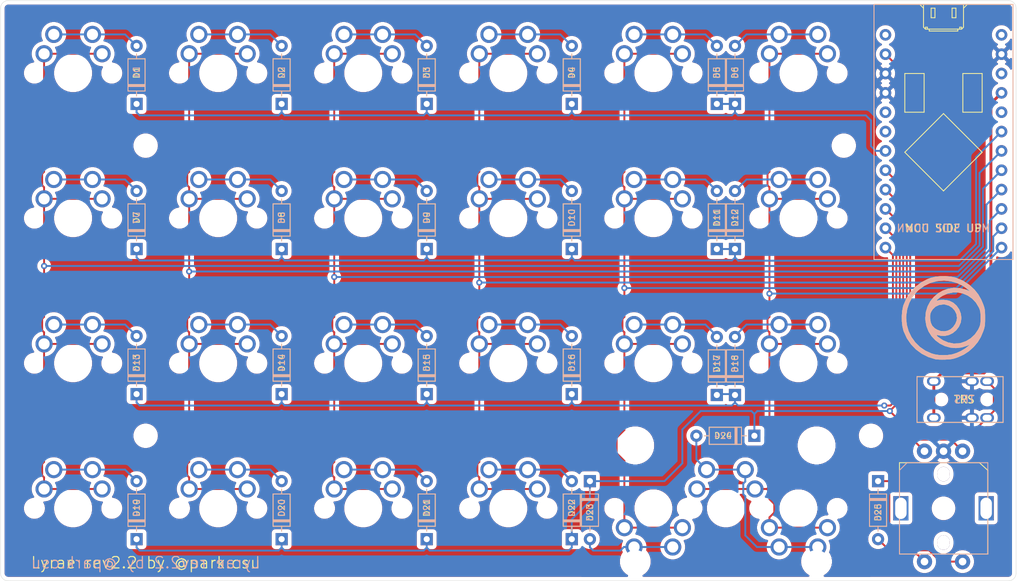
<source format=kicad_pcb>
(kicad_pcb (version 20171130) (host pcbnew "(5.1.10)-1")
  (layers (0 F.Cu signal) (31 B.Cu signal) (34 B.Paste user) (35 F.Paste user) (36 B.SilkS user) (37 F.SilkS user) (38 B.Mask user) (39 F.Mask user) (44 Edge.Cuts user))
  (net 0 "")
  (net 1 "Net-(D1-Pad2)")
  (net 2 ROW1)
  (net 3 "Net-(D2-Pad2)")
  (net 4 ROW2)
  (net 5 "Net-(D3-Pad2)")
  (net 6 ROW3)
  (net 7 "Net-(D4-Pad2)")
  (net 8 ROW4)
  (net 9 "Net-(D5-Pad2)")
  (net 10 "Net-(D6-Pad2)")
  (net 11 "Net-(D7-Pad2)")
  (net 12 "Net-(D8-Pad2)")
  (net 13 "Net-(D9-Pad2)")
  (net 14 "Net-(D10-Pad2)")
  (net 15 "Net-(D11-Pad2)")
  (net 16 "Net-(D12-Pad2)")
  (net 17 "Net-(D13-Pad2)")
  (net 18 "Net-(D14-Pad2)")
  (net 19 "Net-(D15-Pad2)")
  (net 20 "Net-(D16-Pad2)")
  (net 21 "Net-(D17-Pad2)")
  (net 22 "Net-(D18-Pad2)")
  (net 23 "Net-(D19-Pad2)")
  (net 24 "Net-(D20-Pad2)")
  (net 25 "Net-(D21-Pad2)")
  (net 26 "Net-(D22-Pad2)")
  (net 27 "Net-(D23-Pad2)")
  (net 28 VCC)
  (net 29 GND)
  (net 30 DATA)
  (net 31 COL1)
  (net 32 COL2)
  (net 33 COL3)
  (net 34 COL4)
  (net 35 COL5)
  (net 36 COL6)
  (net 37 "Net-(D24-Pad2)")
  (net 38 RA)
  (net 39 RB)
  (net 40 COL7)
  (net 41 "Net-(D25-Pad2)")
  (module Lyrae:PJ320-Reversible (layer F.Cu) (at 208.112763 111.133187 180)
    (fp_text reference J1)
    (fp_text value PJ320)
    (fp_text user TRS (at 5.1 0) (layer B.SilkS) (effects (justify mirror)))
    (fp_text user TRS (at 5.1 0) (layer F.SilkS))
    (pad 3 thru_hole oval (at 9.1 2.4 180) (size 1.8 1.2) (drill oval 1.2 0.8) (layers *.Cu *.Mask) (net 28 VCC))
    (pad 3 thru_hole oval (at 9.1 -2.4 180) (size 1.8 1.2) (drill oval 1.2 0.8) (layers *.Cu *.Mask) (net 28 VCC))
    (pad 2 thru_hole oval (at 4.1 -2.4 180) (size 1.8 1.2) (drill oval 1.2 0.8) (layers *.Cu *.Mask) (net 29 GND))
    (pad 2 thru_hole oval (at 4.1 2.4 180) (size 1.8 1.2) (drill oval 1.2 0.8) (layers *.Cu *.Mask) (net 29 GND))
    (pad 1 thru_hole oval (at 2.1 -2.4 180) (size 1.8 1.2) (drill oval 1.2 0.8) (layers *.Cu *.Mask) (net 30 DATA))
    (pad 1 thru_hole oval (at 2.1 2.4 180) (size 1.8 1.2) (drill oval 1.2 0.8) (layers *.Cu *.Mask) (net 30 DATA))
    (pad "" np_thru_hole circle (at 8.1 0 180) (size 0.8 0.8) (drill 0.8) (layers *.Cu *.Mask))
    (pad "" np_thru_hole circle (at 2.1 0 180) (size 0.8 0.8) (drill 0.8) (layers *.Cu *.Mask))
  )
  (module MountingHole:MountingHole_2.2mm_M2 (layer F.Cu) (at 190.762683 115.895707)
    (fp_text reference H4)
    (fp_text value M2)
    (pad 1 np_thru_hole circle (at 0 0) (size 2.2 2.2) (drill 2.2) (layers *.Cu *.Mask))
  )
  (module MountingHole:MountingHole_2.2mm_M2 (layer F.Cu) (at 187.190793 77.795547)
    (fp_text reference H3)
    (fp_text value M2)
    (pad 1 np_thru_hole circle (at 0 0) (size 2.2 2.2) (drill 2.2) (layers *.Cu *.Mask))
  )
  (module MountingHole:MountingHole_2.2mm_M2 (layer F.Cu) (at 95.512283 115.895707)
    (fp_text reference H2)
    (fp_text value M2)
    (pad 1 np_thru_hole circle (at 0 0) (size 2.2 2.2) (drill 2.2) (layers *.Cu *.Mask))
  )
  (module MountingHole:MountingHole_2.2mm_M2 (layer F.Cu) (at 95.512283 77.795547)
    (fp_text reference H1)
    (fp_text value M2)
    (pad 1 np_thru_hole circle (at 0 0) (size 2.2 2.2) (drill 2.2) (layers *.Cu *.Mask))
  )
  (module Lyrae:Lyrae_Icon_11mm (layer F.Cu) (at 200.287179 100.417517)
    (fp_text reference H5 hide)
    (fp_text value Lyrae_Logo_11mm hide)
  )
  (module Lyrae:ProMicro_TwoSided (layer F.Cu) (at 200.287179 59.245491)
    (fp_text reference U1 hide)
    (fp_text value ProMicro hide)
    (fp_text user "MCU SIDE DOWN" (at -0.005 29.4) (layer B.SilkS) (effects (justify mirror)))
    (fp_text user "MCU SIDE UP" (at -0.005 29.4) (layer F.SilkS))
    (pad 24 thru_hole circle (at 7.615 4) (size 1.524 1.524) (drill 0.8128) (layers *.Cu *.Mask))
    (pad 23 thru_hole circle (at 7.615 6.54) (size 1.524 1.524) (drill 0.8128) (layers *.Cu *.Mask) (net 29 GND))
    (pad 22 thru_hole circle (at 7.615 9.08) (size 1.524 1.524) (drill 0.8128) (layers *.Cu *.Mask))
    (pad 21 thru_hole circle (at 7.615 11.62) (size 1.524 1.524) (drill 0.8128) (layers *.Cu *.Mask) (net 28 VCC))
    (pad 20 thru_hole circle (at 7.615 14.16) (size 1.524 1.524) (drill 0.8128) (layers *.Cu *.Mask))
    (pad 19 thru_hole circle (at 7.615 16.7) (size 1.524 1.524) (drill 0.8128) (layers *.Cu *.Mask) (net 4 ROW2))
    (pad 18 thru_hole circle (at 7.615 19.24) (size 1.524 1.524) (drill 0.8128) (layers *.Cu *.Mask) (net 31 COL1))
    (pad 17 thru_hole circle (at 7.615 21.78) (size 1.524 1.524) (drill 0.8128) (layers *.Cu *.Mask) (net 32 COL2))
    (pad 16 thru_hole circle (at 7.615 24.32) (size 1.524 1.524) (drill 0.8128) (layers *.Cu *.Mask) (net 33 COL3))
    (pad 15 thru_hole circle (at 7.615 26.86) (size 1.524 1.524) (drill 0.8128) (layers *.Cu *.Mask) (net 34 COL4))
    (pad 14 thru_hole circle (at 7.615 29.4) (size 1.524 1.524) (drill 0.8128) (layers *.Cu *.Mask) (net 35 COL5))
    (pad 13 thru_hole circle (at 7.615 31.94) (size 1.524 1.524) (drill 0.8128) (layers *.Cu *.Mask) (net 36 COL6))
    (pad 12 thru_hole circle (at -7.625 31.94) (size 1.524 1.524) (drill 0.8128) (layers *.Cu *.Mask) (net 6 ROW3))
    (pad 11 thru_hole circle (at -7.625 29.4) (size 1.524 1.524) (drill 0.8128) (layers *.Cu *.Mask) (net 8 ROW4))
    (pad 10 thru_hole circle (at -7.625 26.86) (size 1.524 1.524) (drill 0.8128) (layers *.Cu *.Mask) (net 40 COL7))
    (pad 9 thru_hole circle (at -7.625 24.32) (size 1.524 1.524) (drill 0.8128) (layers *.Cu *.Mask) (net 39 RB))
    (pad 8 thru_hole circle (at -7.625 21.78) (size 1.524 1.524) (drill 0.8128) (layers *.Cu *.Mask) (net 38 RA))
    (pad 7 thru_hole circle (at -7.625 19.24) (size 1.524 1.524) (drill 0.8128) (layers *.Cu *.Mask) (net 2 ROW1))
    (pad 6 thru_hole circle (at -7.625 16.7) (size 1.524 1.524) (drill 0.8128) (layers *.Cu *.Mask))
    (pad 5 thru_hole circle (at -7.625 14.16) (size 1.524 1.524) (drill 0.8128) (layers *.Cu *.Mask))
    (pad 4 thru_hole circle (at -7.625 11.62) (size 1.524 1.524) (drill 0.8128) (layers *.Cu *.Mask) (net 29 GND))
    (pad 3 thru_hole circle (at -7.625 9.08) (size 1.524 1.524) (drill 0.8128) (layers *.Cu *.Mask) (net 29 GND))
    (pad 2 thru_hole circle (at -7.625 6.54) (size 1.524 1.524) (drill 0.8128) (layers *.Cu *.Mask) (net 30 DATA))
    (pad 1 thru_hole circle (at -7.625 4) (size 1.524 1.524) (drill 0.8128) (layers *.Cu *.Mask))
  )
  (module Lyrae:MXOnly-2U-ReversedStabilizers-NoLED-Reversible (layer F.Cu) (at 171.712203 125.420467)
    (fp_text reference MX25)
    (fp_text value MX-NoLED)
    (pad "" np_thru_hole circle (at 11.90625 -8.255) (size 3.9878 3.9878) (drill 3.9878) (layers *.Cu *.Mask))
    (pad "" np_thru_hole circle (at -11.90625 -8.255) (size 3.9878 3.9878) (drill 3.9878) (layers *.Cu *.Mask))
    (pad "" np_thru_hole circle (at 11.90625 6.985) (size 3.048 3.048) (drill 3.048) (layers *.Cu *.Mask))
    (pad "" np_thru_hole circle (at -11.90625 6.985) (size 3.048 3.048) (drill 3.048) (layers *.Cu *.Mask))
    (pad "" np_thru_hole circle (at 5.08 0 48.0996) (size 1.75 1.75) (drill 1.75) (layers *.Cu *.Mask))
    (pad "" np_thru_hole circle (at -5.08 0 48.0996) (size 1.75 1.75) (drill 1.75) (layers *.Cu *.Mask))
    (pad 1 thru_hole circle (at -3.81 -2.54) (size 2.25 2.25) (drill 1.47) (layers *.Cu *.Mask) (net 36 COL6))
    (pad "" np_thru_hole circle (at 0 0) (size 3.9878 3.9878) (drill 3.9878) (layers *.Cu *.Mask))
    (pad 2 thru_hole circle (at 2.54 -5.08) (size 2.25 2.25) (drill 1.47) (layers *.Cu *.Mask) (net 37 "Net-(D24-Pad2)"))
    (pad "" np_thru_hole circle (at 0 0 180) (size 3.9878 3.9878) (drill 3.9878) (layers *.Cu *.Mask))
    (pad "" np_thru_hole circle (at 5.08 0 131.9004) (size 1.75 1.75) (drill 1.75) (layers *.Cu *.Mask))
    (pad 1 thru_hole circle (at 3.81 -2.54 180) (size 2.25 2.25) (drill 1.47) (layers *.Cu *.Mask) (net 36 COL6))
    (pad "" np_thru_hole circle (at -5.08 0 131.9004) (size 1.75 1.75) (drill 1.75) (layers *.Cu *.Mask))
    (pad 2 thru_hole circle (at -2.54 -5.08 180) (size 2.25 2.25) (drill 1.47) (layers *.Cu *.Mask) (net 37 "Net-(D24-Pad2)"))
  )
  (module Lyrae:MXOnly-1U-NoLED-Reversible (layer F.Cu) (at 181.237203 125.420467 180)
    (fp_text reference MX24)
    (fp_text value MX-NoLED)
    (pad "" np_thru_hole circle (at 5.08 0 228.0996) (size 1.75 1.75) (drill 1.75) (layers *.Cu *.Mask))
    (pad "" np_thru_hole circle (at -5.08 0 228.0996) (size 1.75 1.75) (drill 1.75) (layers *.Cu *.Mask))
    (pad 1 thru_hole circle (at -3.81 -2.54 180) (size 2.25 2.25) (drill 1.47) (layers *.Cu *.Mask) (net 36 COL6))
    (pad "" np_thru_hole circle (at 0 0 180) (size 3.9878 3.9878) (drill 3.9878) (layers *.Cu *.Mask))
    (pad 2 thru_hole circle (at 2.54 -5.08 180) (size 2.25 2.25) (drill 1.47) (layers *.Cu *.Mask) (net 37 "Net-(D24-Pad2)"))
    (pad "" np_thru_hole circle (at 0 0) (size 3.9878 3.9878) (drill 3.9878) (layers *.Cu *.Mask))
    (pad "" np_thru_hole circle (at 5.08 0 311.9004) (size 1.75 1.75) (drill 1.75) (layers *.Cu *.Mask))
    (pad 1 thru_hole circle (at 3.81 -2.54) (size 2.25 2.25) (drill 1.47) (layers *.Cu *.Mask) (net 36 COL6))
    (pad "" np_thru_hole circle (at -5.08 0 311.9004) (size 1.75 1.75) (drill 1.75) (layers *.Cu *.Mask))
    (pad 2 thru_hole circle (at -2.54 -5.08) (size 2.25 2.25) (drill 1.47) (layers *.Cu *.Mask) (net 37 "Net-(D24-Pad2)"))
  )
  (module Lyrae:MXOnly-1U-NoLED-Reversible (layer F.Cu) (at 162.187203 125.420467 180)
    (fp_text reference MX23)
    (fp_text value MX-NoLED)
    (pad "" np_thru_hole circle (at 5.08 0 228.0996) (size 1.75 1.75) (drill 1.75) (layers *.Cu *.Mask))
    (pad "" np_thru_hole circle (at -5.08 0 228.0996) (size 1.75 1.75) (drill 1.75) (layers *.Cu *.Mask))
    (pad 1 thru_hole circle (at -3.81 -2.54 180) (size 2.25 2.25) (drill 1.47) (layers *.Cu *.Mask) (net 35 COL5))
    (pad "" np_thru_hole circle (at 0 0 180) (size 3.9878 3.9878) (drill 3.9878) (layers *.Cu *.Mask))
    (pad 2 thru_hole circle (at 2.54 -5.08 180) (size 2.25 2.25) (drill 1.47) (layers *.Cu *.Mask) (net 27 "Net-(D23-Pad2)"))
    (pad "" np_thru_hole circle (at 0 0) (size 3.9878 3.9878) (drill 3.9878) (layers *.Cu *.Mask))
    (pad "" np_thru_hole circle (at 5.08 0 311.9004) (size 1.75 1.75) (drill 1.75) (layers *.Cu *.Mask))
    (pad 1 thru_hole circle (at 3.81 -2.54) (size 2.25 2.25) (drill 1.47) (layers *.Cu *.Mask) (net 35 COL5))
    (pad "" np_thru_hole circle (at -5.08 0 311.9004) (size 1.75 1.75) (drill 1.75) (layers *.Cu *.Mask))
    (pad 2 thru_hole circle (at -2.54 -5.08) (size 2.25 2.25) (drill 1.47) (layers *.Cu *.Mask) (net 27 "Net-(D23-Pad2)"))
  )
  (module Lyrae:MXOnly-1U-NoLED-Reversible (layer F.Cu) (at 143.137483 125.420747)
    (fp_text reference MX22)
    (fp_text value MX-NoLED)
    (pad "" np_thru_hole circle (at 5.08 0 48.0996) (size 1.75 1.75) (drill 1.75) (layers *.Cu *.Mask))
    (pad "" np_thru_hole circle (at -5.08 0 48.0996) (size 1.75 1.75) (drill 1.75) (layers *.Cu *.Mask))
    (pad 1 thru_hole circle (at -3.81 -2.54) (size 2.25 2.25) (drill 1.47) (layers *.Cu *.Mask) (net 34 COL4))
    (pad "" np_thru_hole circle (at 0 0) (size 3.9878 3.9878) (drill 3.9878) (layers *.Cu *.Mask))
    (pad 2 thru_hole circle (at 2.54 -5.08) (size 2.25 2.25) (drill 1.47) (layers *.Cu *.Mask) (net 26 "Net-(D22-Pad2)"))
    (pad "" np_thru_hole circle (at 0 0 180) (size 3.9878 3.9878) (drill 3.9878) (layers *.Cu *.Mask))
    (pad "" np_thru_hole circle (at 5.08 0 131.9004) (size 1.75 1.75) (drill 1.75) (layers *.Cu *.Mask))
    (pad 1 thru_hole circle (at 3.81 -2.54 180) (size 2.25 2.25) (drill 1.47) (layers *.Cu *.Mask) (net 34 COL4))
    (pad "" np_thru_hole circle (at -5.08 0 131.9004) (size 1.75 1.75) (drill 1.75) (layers *.Cu *.Mask))
    (pad 2 thru_hole circle (at -2.54 -5.08 180) (size 2.25 2.25) (drill 1.47) (layers *.Cu *.Mask) (net 26 "Net-(D22-Pad2)"))
  )
  (module Lyrae:MXOnly-1U-NoLED-Reversible (layer F.Cu) (at 124.087403 125.420747)
    (fp_text reference MX21)
    (fp_text value MX-NoLED)
    (pad "" np_thru_hole circle (at 5.08 0 48.0996) (size 1.75 1.75) (drill 1.75) (layers *.Cu *.Mask))
    (pad "" np_thru_hole circle (at -5.08 0 48.0996) (size 1.75 1.75) (drill 1.75) (layers *.Cu *.Mask))
    (pad 1 thru_hole circle (at -3.81 -2.54) (size 2.25 2.25) (drill 1.47) (layers *.Cu *.Mask) (net 33 COL3))
    (pad "" np_thru_hole circle (at 0 0) (size 3.9878 3.9878) (drill 3.9878) (layers *.Cu *.Mask))
    (pad 2 thru_hole circle (at 2.54 -5.08) (size 2.25 2.25) (drill 1.47) (layers *.Cu *.Mask) (net 25 "Net-(D21-Pad2)"))
    (pad "" np_thru_hole circle (at 0 0 180) (size 3.9878 3.9878) (drill 3.9878) (layers *.Cu *.Mask))
    (pad "" np_thru_hole circle (at 5.08 0 131.9004) (size 1.75 1.75) (drill 1.75) (layers *.Cu *.Mask))
    (pad 1 thru_hole circle (at 3.81 -2.54 180) (size 2.25 2.25) (drill 1.47) (layers *.Cu *.Mask) (net 33 COL3))
    (pad "" np_thru_hole circle (at -5.08 0 131.9004) (size 1.75 1.75) (drill 1.75) (layers *.Cu *.Mask))
    (pad 2 thru_hole circle (at -2.54 -5.08 180) (size 2.25 2.25) (drill 1.47) (layers *.Cu *.Mask) (net 25 "Net-(D21-Pad2)"))
  )
  (module Lyrae:MXOnly-1U-NoLED-Reversible (layer F.Cu) (at 105.037323 125.420747)
    (fp_text reference MX20)
    (fp_text value MX-NoLED)
    (pad "" np_thru_hole circle (at 5.08 0 48.0996) (size 1.75 1.75) (drill 1.75) (layers *.Cu *.Mask))
    (pad "" np_thru_hole circle (at -5.08 0 48.0996) (size 1.75 1.75) (drill 1.75) (layers *.Cu *.Mask))
    (pad 1 thru_hole circle (at -3.81 -2.54) (size 2.25 2.25) (drill 1.47) (layers *.Cu *.Mask) (net 32 COL2))
    (pad "" np_thru_hole circle (at 0 0) (size 3.9878 3.9878) (drill 3.9878) (layers *.Cu *.Mask))
    (pad 2 thru_hole circle (at 2.54 -5.08) (size 2.25 2.25) (drill 1.47) (layers *.Cu *.Mask) (net 24 "Net-(D20-Pad2)"))
    (pad "" np_thru_hole circle (at 0 0 180) (size 3.9878 3.9878) (drill 3.9878) (layers *.Cu *.Mask))
    (pad "" np_thru_hole circle (at 5.08 0 131.9004) (size 1.75 1.75) (drill 1.75) (layers *.Cu *.Mask))
    (pad 1 thru_hole circle (at 3.81 -2.54 180) (size 2.25 2.25) (drill 1.47) (layers *.Cu *.Mask) (net 32 COL2))
    (pad "" np_thru_hole circle (at -5.08 0 131.9004) (size 1.75 1.75) (drill 1.75) (layers *.Cu *.Mask))
    (pad 2 thru_hole circle (at -2.54 -5.08 180) (size 2.25 2.25) (drill 1.47) (layers *.Cu *.Mask) (net 24 "Net-(D20-Pad2)"))
  )
  (module Lyrae:MXOnly-1U-NoLED-Reversible (layer F.Cu) (at 85.987243 125.420747)
    (fp_text reference MX19)
    (fp_text value MX-NoLED)
    (pad "" np_thru_hole circle (at 5.08 0 48.0996) (size 1.75 1.75) (drill 1.75) (layers *.Cu *.Mask))
    (pad "" np_thru_hole circle (at -5.08 0 48.0996) (size 1.75 1.75) (drill 1.75) (layers *.Cu *.Mask))
    (pad 1 thru_hole circle (at -3.81 -2.54) (size 2.25 2.25) (drill 1.47) (layers *.Cu *.Mask) (net 31 COL1))
    (pad "" np_thru_hole circle (at 0 0) (size 3.9878 3.9878) (drill 3.9878) (layers *.Cu *.Mask))
    (pad 2 thru_hole circle (at 2.54 -5.08) (size 2.25 2.25) (drill 1.47) (layers *.Cu *.Mask) (net 23 "Net-(D19-Pad2)"))
    (pad "" np_thru_hole circle (at 0 0 180) (size 3.9878 3.9878) (drill 3.9878) (layers *.Cu *.Mask))
    (pad "" np_thru_hole circle (at 5.08 0 131.9004) (size 1.75 1.75) (drill 1.75) (layers *.Cu *.Mask))
    (pad 1 thru_hole circle (at 3.81 -2.54 180) (size 2.25 2.25) (drill 1.47) (layers *.Cu *.Mask) (net 31 COL1))
    (pad "" np_thru_hole circle (at -5.08 0 131.9004) (size 1.75 1.75) (drill 1.75) (layers *.Cu *.Mask))
    (pad 2 thru_hole circle (at -2.54 -5.08 180) (size 2.25 2.25) (drill 1.47) (layers *.Cu *.Mask) (net 23 "Net-(D19-Pad2)"))
  )
  (module Lyrae:MXOnly-1U-NoLED-Reversible (layer F.Cu) (at 181.237643 106.370667)
    (fp_text reference MX18)
    (fp_text value MX-NoLED)
    (pad "" np_thru_hole circle (at 5.08 0 48.0996) (size 1.75 1.75) (drill 1.75) (layers *.Cu *.Mask))
    (pad "" np_thru_hole circle (at -5.08 0 48.0996) (size 1.75 1.75) (drill 1.75) (layers *.Cu *.Mask))
    (pad 1 thru_hole circle (at -3.81 -2.54) (size 2.25 2.25) (drill 1.47) (layers *.Cu *.Mask) (net 36 COL6))
    (pad "" np_thru_hole circle (at 0 0) (size 3.9878 3.9878) (drill 3.9878) (layers *.Cu *.Mask))
    (pad 2 thru_hole circle (at 2.54 -5.08) (size 2.25 2.25) (drill 1.47) (layers *.Cu *.Mask) (net 22 "Net-(D18-Pad2)"))
    (pad "" np_thru_hole circle (at 0 0 180) (size 3.9878 3.9878) (drill 3.9878) (layers *.Cu *.Mask))
    (pad "" np_thru_hole circle (at 5.08 0 131.9004) (size 1.75 1.75) (drill 1.75) (layers *.Cu *.Mask))
    (pad 1 thru_hole circle (at 3.81 -2.54 180) (size 2.25 2.25) (drill 1.47) (layers *.Cu *.Mask) (net 36 COL6))
    (pad "" np_thru_hole circle (at -5.08 0 131.9004) (size 1.75 1.75) (drill 1.75) (layers *.Cu *.Mask))
    (pad 2 thru_hole circle (at -2.54 -5.08 180) (size 2.25 2.25) (drill 1.47) (layers *.Cu *.Mask) (net 22 "Net-(D18-Pad2)"))
  )
  (module Lyrae:MXOnly-1U-NoLED-Reversible (layer F.Cu) (at 162.187203 106.370531)
    (fp_text reference MX17)
    (fp_text value MX-NoLED)
    (pad "" np_thru_hole circle (at 5.08 0 48.0996) (size 1.75 1.75) (drill 1.75) (layers *.Cu *.Mask))
    (pad "" np_thru_hole circle (at -5.08 0 48.0996) (size 1.75 1.75) (drill 1.75) (layers *.Cu *.Mask))
    (pad 1 thru_hole circle (at -3.81 -2.54) (size 2.25 2.25) (drill 1.47) (layers *.Cu *.Mask) (net 35 COL5))
    (pad "" np_thru_hole circle (at 0 0) (size 3.9878 3.9878) (drill 3.9878) (layers *.Cu *.Mask))
    (pad 2 thru_hole circle (at 2.54 -5.08) (size 2.25 2.25) (drill 1.47) (layers *.Cu *.Mask) (net 21 "Net-(D17-Pad2)"))
    (pad "" np_thru_hole circle (at 0 0 180) (size 3.9878 3.9878) (drill 3.9878) (layers *.Cu *.Mask))
    (pad "" np_thru_hole circle (at 5.08 0 131.9004) (size 1.75 1.75) (drill 1.75) (layers *.Cu *.Mask))
    (pad 1 thru_hole circle (at 3.81 -2.54 180) (size 2.25 2.25) (drill 1.47) (layers *.Cu *.Mask) (net 35 COL5))
    (pad "" np_thru_hole circle (at -5.08 0 131.9004) (size 1.75 1.75) (drill 1.75) (layers *.Cu *.Mask))
    (pad 2 thru_hole circle (at -2.54 -5.08 180) (size 2.25 2.25) (drill 1.47) (layers *.Cu *.Mask) (net 21 "Net-(D17-Pad2)"))
  )
  (module Lyrae:MXOnly-1U-NoLED-Reversible (layer F.Cu) (at 143.137483 106.370667)
    (fp_text reference MX16)
    (fp_text value MX-NoLED)
    (pad "" np_thru_hole circle (at 5.08 0 48.0996) (size 1.75 1.75) (drill 1.75) (layers *.Cu *.Mask))
    (pad "" np_thru_hole circle (at -5.08 0 48.0996) (size 1.75 1.75) (drill 1.75) (layers *.Cu *.Mask))
    (pad 1 thru_hole circle (at -3.81 -2.54) (size 2.25 2.25) (drill 1.47) (layers *.Cu *.Mask) (net 34 COL4))
    (pad "" np_thru_hole circle (at 0 0) (size 3.9878 3.9878) (drill 3.9878) (layers *.Cu *.Mask))
    (pad 2 thru_hole circle (at 2.54 -5.08) (size 2.25 2.25) (drill 1.47) (layers *.Cu *.Mask) (net 20 "Net-(D16-Pad2)"))
    (pad "" np_thru_hole circle (at 0 0 180) (size 3.9878 3.9878) (drill 3.9878) (layers *.Cu *.Mask))
    (pad "" np_thru_hole circle (at 5.08 0 131.9004) (size 1.75 1.75) (drill 1.75) (layers *.Cu *.Mask))
    (pad 1 thru_hole circle (at 3.81 -2.54 180) (size 2.25 2.25) (drill 1.47) (layers *.Cu *.Mask) (net 34 COL4))
    (pad "" np_thru_hole circle (at -5.08 0 131.9004) (size 1.75 1.75) (drill 1.75) (layers *.Cu *.Mask))
    (pad 2 thru_hole circle (at -2.54 -5.08 180) (size 2.25 2.25) (drill 1.47) (layers *.Cu *.Mask) (net 20 "Net-(D16-Pad2)"))
  )
  (module Lyrae:MXOnly-1U-NoLED-Reversible (layer F.Cu) (at 124.087403 106.370667)
    (fp_text reference MX15)
    (fp_text value MX-NoLED)
    (pad "" np_thru_hole circle (at 5.08 0 48.0996) (size 1.75 1.75) (drill 1.75) (layers *.Cu *.Mask))
    (pad "" np_thru_hole circle (at -5.08 0 48.0996) (size 1.75 1.75) (drill 1.75) (layers *.Cu *.Mask))
    (pad 1 thru_hole circle (at -3.81 -2.54) (size 2.25 2.25) (drill 1.47) (layers *.Cu *.Mask) (net 33 COL3))
    (pad "" np_thru_hole circle (at 0 0) (size 3.9878 3.9878) (drill 3.9878) (layers *.Cu *.Mask))
    (pad 2 thru_hole circle (at 2.54 -5.08) (size 2.25 2.25) (drill 1.47) (layers *.Cu *.Mask) (net 19 "Net-(D15-Pad2)"))
    (pad "" np_thru_hole circle (at 0 0 180) (size 3.9878 3.9878) (drill 3.9878) (layers *.Cu *.Mask))
    (pad "" np_thru_hole circle (at 5.08 0 131.9004) (size 1.75 1.75) (drill 1.75) (layers *.Cu *.Mask))
    (pad 1 thru_hole circle (at 3.81 -2.54 180) (size 2.25 2.25) (drill 1.47) (layers *.Cu *.Mask) (net 33 COL3))
    (pad "" np_thru_hole circle (at -5.08 0 131.9004) (size 1.75 1.75) (drill 1.75) (layers *.Cu *.Mask))
    (pad 2 thru_hole circle (at -2.54 -5.08 180) (size 2.25 2.25) (drill 1.47) (layers *.Cu *.Mask) (net 19 "Net-(D15-Pad2)"))
  )
  (module Lyrae:MXOnly-1U-NoLED-Reversible (layer F.Cu) (at 105.037323 106.370667)
    (fp_text reference MX14)
    (fp_text value MX-NoLED)
    (pad "" np_thru_hole circle (at 5.08 0 48.0996) (size 1.75 1.75) (drill 1.75) (layers *.Cu *.Mask))
    (pad "" np_thru_hole circle (at -5.08 0 48.0996) (size 1.75 1.75) (drill 1.75) (layers *.Cu *.Mask))
    (pad 1 thru_hole circle (at -3.81 -2.54) (size 2.25 2.25) (drill 1.47) (layers *.Cu *.Mask) (net 32 COL2))
    (pad "" np_thru_hole circle (at 0 0) (size 3.9878 3.9878) (drill 3.9878) (layers *.Cu *.Mask))
    (pad 2 thru_hole circle (at 2.54 -5.08) (size 2.25 2.25) (drill 1.47) (layers *.Cu *.Mask) (net 18 "Net-(D14-Pad2)"))
    (pad "" np_thru_hole circle (at 0 0 180) (size 3.9878 3.9878) (drill 3.9878) (layers *.Cu *.Mask))
    (pad "" np_thru_hole circle (at 5.08 0 131.9004) (size 1.75 1.75) (drill 1.75) (layers *.Cu *.Mask))
    (pad 1 thru_hole circle (at 3.81 -2.54 180) (size 2.25 2.25) (drill 1.47) (layers *.Cu *.Mask) (net 32 COL2))
    (pad "" np_thru_hole circle (at -5.08 0 131.9004) (size 1.75 1.75) (drill 1.75) (layers *.Cu *.Mask))
    (pad 2 thru_hole circle (at -2.54 -5.08 180) (size 2.25 2.25) (drill 1.47) (layers *.Cu *.Mask) (net 18 "Net-(D14-Pad2)"))
  )
  (module Lyrae:MXOnly-1U-NoLED-Reversible (layer F.Cu) (at 85.987243 106.370667)
    (fp_text reference MX13)
    (fp_text value MX-NoLED)
    (pad "" np_thru_hole circle (at 5.08 0 48.0996) (size 1.75 1.75) (drill 1.75) (layers *.Cu *.Mask))
    (pad "" np_thru_hole circle (at -5.08 0 48.0996) (size 1.75 1.75) (drill 1.75) (layers *.Cu *.Mask))
    (pad 1 thru_hole circle (at -3.81 -2.54) (size 2.25 2.25) (drill 1.47) (layers *.Cu *.Mask) (net 31 COL1))
    (pad "" np_thru_hole circle (at 0 0) (size 3.9878 3.9878) (drill 3.9878) (layers *.Cu *.Mask))
    (pad 2 thru_hole circle (at 2.54 -5.08) (size 2.25 2.25) (drill 1.47) (layers *.Cu *.Mask) (net 17 "Net-(D13-Pad2)"))
    (pad "" np_thru_hole circle (at 0 0 180) (size 3.9878 3.9878) (drill 3.9878) (layers *.Cu *.Mask))
    (pad "" np_thru_hole circle (at 5.08 0 131.9004) (size 1.75 1.75) (drill 1.75) (layers *.Cu *.Mask))
    (pad 1 thru_hole circle (at 3.81 -2.54 180) (size 2.25 2.25) (drill 1.47) (layers *.Cu *.Mask) (net 31 COL1))
    (pad "" np_thru_hole circle (at -5.08 0 131.9004) (size 1.75 1.75) (drill 1.75) (layers *.Cu *.Mask))
    (pad 2 thru_hole circle (at -2.54 -5.08 180) (size 2.25 2.25) (drill 1.47) (layers *.Cu *.Mask) (net 17 "Net-(D13-Pad2)"))
  )
  (module Lyrae:MXOnly-1U-NoLED-Reversible (layer F.Cu) (at 181.237643 87.320587)
    (fp_text reference MX12)
    (fp_text value MX-NoLED)
    (pad "" np_thru_hole circle (at 5.08 0 48.0996) (size 1.75 1.75) (drill 1.75) (layers *.Cu *.Mask))
    (pad "" np_thru_hole circle (at -5.08 0 48.0996) (size 1.75 1.75) (drill 1.75) (layers *.Cu *.Mask))
    (pad 1 thru_hole circle (at -3.81 -2.54) (size 2.25 2.25) (drill 1.47) (layers *.Cu *.Mask) (net 36 COL6))
    (pad "" np_thru_hole circle (at 0 0) (size 3.9878 3.9878) (drill 3.9878) (layers *.Cu *.Mask))
    (pad 2 thru_hole circle (at 2.54 -5.08) (size 2.25 2.25) (drill 1.47) (layers *.Cu *.Mask) (net 16 "Net-(D12-Pad2)"))
    (pad "" np_thru_hole circle (at 0 0 180) (size 3.9878 3.9878) (drill 3.9878) (layers *.Cu *.Mask))
    (pad "" np_thru_hole circle (at 5.08 0 131.9004) (size 1.75 1.75) (drill 1.75) (layers *.Cu *.Mask))
    (pad 1 thru_hole circle (at 3.81 -2.54 180) (size 2.25 2.25) (drill 1.47) (layers *.Cu *.Mask) (net 36 COL6))
    (pad "" np_thru_hole circle (at -5.08 0 131.9004) (size 1.75 1.75) (drill 1.75) (layers *.Cu *.Mask))
    (pad 2 thru_hole circle (at -2.54 -5.08 180) (size 2.25 2.25) (drill 1.47) (layers *.Cu *.Mask) (net 16 "Net-(D12-Pad2)"))
  )
  (module Lyrae:MXOnly-1U-NoLED-Reversible (layer F.Cu) (at 162.187563 87.320587)
    (fp_text reference MX11)
    (fp_text value MX-NoLED)
    (pad "" np_thru_hole circle (at 5.08 0 48.0996) (size 1.75 1.75) (drill 1.75) (layers *.Cu *.Mask))
    (pad "" np_thru_hole circle (at -5.08 0 48.0996) (size 1.75 1.75) (drill 1.75) (layers *.Cu *.Mask))
    (pad 1 thru_hole circle (at -3.81 -2.54) (size 2.25 2.25) (drill 1.47) (layers *.Cu *.Mask) (net 35 COL5))
    (pad "" np_thru_hole circle (at 0 0) (size 3.9878 3.9878) (drill 3.9878) (layers *.Cu *.Mask))
    (pad 2 thru_hole circle (at 2.54 -5.08) (size 2.25 2.25) (drill 1.47) (layers *.Cu *.Mask) (net 15 "Net-(D11-Pad2)"))
    (pad "" np_thru_hole circle (at 0 0 180) (size 3.9878 3.9878) (drill 3.9878) (layers *.Cu *.Mask))
    (pad "" np_thru_hole circle (at 5.08 0 131.9004) (size 1.75 1.75) (drill 1.75) (layers *.Cu *.Mask))
    (pad 1 thru_hole circle (at 3.81 -2.54 180) (size 2.25 2.25) (drill 1.47) (layers *.Cu *.Mask) (net 35 COL5))
    (pad "" np_thru_hole circle (at -5.08 0 131.9004) (size 1.75 1.75) (drill 1.75) (layers *.Cu *.Mask))
    (pad 2 thru_hole circle (at -2.54 -5.08 180) (size 2.25 2.25) (drill 1.47) (layers *.Cu *.Mask) (net 15 "Net-(D11-Pad2)"))
  )
  (module Lyrae:MXOnly-1U-NoLED-Reversible (layer F.Cu) (at 143.137483 87.320587)
    (fp_text reference MX10)
    (fp_text value MX-NoLED)
    (pad "" np_thru_hole circle (at 5.08 0 48.0996) (size 1.75 1.75) (drill 1.75) (layers *.Cu *.Mask))
    (pad "" np_thru_hole circle (at -5.08 0 48.0996) (size 1.75 1.75) (drill 1.75) (layers *.Cu *.Mask))
    (pad 1 thru_hole circle (at -3.81 -2.54) (size 2.25 2.25) (drill 1.47) (layers *.Cu *.Mask) (net 34 COL4))
    (pad "" np_thru_hole circle (at 0 0) (size 3.9878 3.9878) (drill 3.9878) (layers *.Cu *.Mask))
    (pad 2 thru_hole circle (at 2.54 -5.08) (size 2.25 2.25) (drill 1.47) (layers *.Cu *.Mask) (net 14 "Net-(D10-Pad2)"))
    (pad "" np_thru_hole circle (at 0 0 180) (size 3.9878 3.9878) (drill 3.9878) (layers *.Cu *.Mask))
    (pad "" np_thru_hole circle (at 5.08 0 131.9004) (size 1.75 1.75) (drill 1.75) (layers *.Cu *.Mask))
    (pad 1 thru_hole circle (at 3.81 -2.54 180) (size 2.25 2.25) (drill 1.47) (layers *.Cu *.Mask) (net 34 COL4))
    (pad "" np_thru_hole circle (at -5.08 0 131.9004) (size 1.75 1.75) (drill 1.75) (layers *.Cu *.Mask))
    (pad 2 thru_hole circle (at -2.54 -5.08 180) (size 2.25 2.25) (drill 1.47) (layers *.Cu *.Mask) (net 14 "Net-(D10-Pad2)"))
  )
  (module Lyrae:MXOnly-1U-NoLED-Reversible (layer F.Cu) (at 124.087403 87.320587)
    (fp_text reference MX9)
    (fp_text value MX-NoLED)
    (pad "" np_thru_hole circle (at 5.08 0 48.0996) (size 1.75 1.75) (drill 1.75) (layers *.Cu *.Mask))
    (pad "" np_thru_hole circle (at -5.08 0 48.0996) (size 1.75 1.75) (drill 1.75) (layers *.Cu *.Mask))
    (pad 1 thru_hole circle (at -3.81 -2.54) (size 2.25 2.25) (drill 1.47) (layers *.Cu *.Mask) (net 33 COL3))
    (pad "" np_thru_hole circle (at 0 0) (size 3.9878 3.9878) (drill 3.9878) (layers *.Cu *.Mask))
    (pad 2 thru_hole circle (at 2.54 -5.08) (size 2.25 2.25) (drill 1.47) (layers *.Cu *.Mask) (net 13 "Net-(D9-Pad2)"))
    (pad "" np_thru_hole circle (at 0 0 180) (size 3.9878 3.9878) (drill 3.9878) (layers *.Cu *.Mask))
    (pad "" np_thru_hole circle (at 5.08 0 131.9004) (size 1.75 1.75) (drill 1.75) (layers *.Cu *.Mask))
    (pad 1 thru_hole circle (at 3.81 -2.54 180) (size 2.25 2.25) (drill 1.47) (layers *.Cu *.Mask) (net 33 COL3))
    (pad "" np_thru_hole circle (at -5.08 0 131.9004) (size 1.75 1.75) (drill 1.75) (layers *.Cu *.Mask))
    (pad 2 thru_hole circle (at -2.54 -5.08 180) (size 2.25 2.25) (drill 1.47) (layers *.Cu *.Mask) (net 13 "Net-(D9-Pad2)"))
  )
  (module Lyrae:MXOnly-1U-NoLED-Reversible (layer F.Cu) (at 105.037323 87.320587)
    (fp_text reference MX8)
    (fp_text value MX-NoLED)
    (pad "" np_thru_hole circle (at 5.08 0 48.0996) (size 1.75 1.75) (drill 1.75) (layers *.Cu *.Mask))
    (pad "" np_thru_hole circle (at -5.08 0 48.0996) (size 1.75 1.75) (drill 1.75) (layers *.Cu *.Mask))
    (pad 1 thru_hole circle (at -3.81 -2.54) (size 2.25 2.25) (drill 1.47) (layers *.Cu *.Mask) (net 32 COL2))
    (pad "" np_thru_hole circle (at 0 0) (size 3.9878 3.9878) (drill 3.9878) (layers *.Cu *.Mask))
    (pad 2 thru_hole circle (at 2.54 -5.08) (size 2.25 2.25) (drill 1.47) (layers *.Cu *.Mask) (net 12 "Net-(D8-Pad2)"))
    (pad "" np_thru_hole circle (at 0 0 180) (size 3.9878 3.9878) (drill 3.9878) (layers *.Cu *.Mask))
    (pad "" np_thru_hole circle (at 5.08 0 131.9004) (size 1.75 1.75) (drill 1.75) (layers *.Cu *.Mask))
    (pad 1 thru_hole circle (at 3.81 -2.54 180) (size 2.25 2.25) (drill 1.47) (layers *.Cu *.Mask) (net 32 COL2))
    (pad "" np_thru_hole circle (at -5.08 0 131.9004) (size 1.75 1.75) (drill 1.75) (layers *.Cu *.Mask))
    (pad 2 thru_hole circle (at -2.54 -5.08 180) (size 2.25 2.25) (drill 1.47) (layers *.Cu *.Mask) (net 12 "Net-(D8-Pad2)"))
  )
  (module Lyrae:MXOnly-1U-NoLED-Reversible (layer F.Cu) (at 85.987243 87.320587)
    (fp_text reference MX7)
    (fp_text value MX-NoLED)
    (pad "" np_thru_hole circle (at 5.08 0 48.0996) (size 1.75 1.75) (drill 1.75) (layers *.Cu *.Mask))
    (pad "" np_thru_hole circle (at -5.08 0 48.0996) (size 1.75 1.75) (drill 1.75) (layers *.Cu *.Mask))
    (pad 1 thru_hole circle (at -3.81 -2.54) (size 2.25 2.25) (drill 1.47) (layers *.Cu *.Mask) (net 31 COL1))
    (pad "" np_thru_hole circle (at 0 0) (size 3.9878 3.9878) (drill 3.9878) (layers *.Cu *.Mask))
    (pad 2 thru_hole circle (at 2.54 -5.08) (size 2.25 2.25) (drill 1.47) (layers *.Cu *.Mask) (net 11 "Net-(D7-Pad2)"))
    (pad "" np_thru_hole circle (at 0 0 180) (size 3.9878 3.9878) (drill 3.9878) (layers *.Cu *.Mask))
    (pad "" np_thru_hole circle (at 5.08 0 131.9004) (size 1.75 1.75) (drill 1.75) (layers *.Cu *.Mask))
    (pad 1 thru_hole circle (at 3.81 -2.54 180) (size 2.25 2.25) (drill 1.47) (layers *.Cu *.Mask) (net 31 COL1))
    (pad "" np_thru_hole circle (at -5.08 0 131.9004) (size 1.75 1.75) (drill 1.75) (layers *.Cu *.Mask))
    (pad 2 thru_hole circle (at -2.54 -5.08 180) (size 2.25 2.25) (drill 1.47) (layers *.Cu *.Mask) (net 11 "Net-(D7-Pad2)"))
  )
  (module Lyrae:MXOnly-1U-NoLED-Reversible (layer F.Cu) (at 181.237603 68.270467)
    (fp_text reference MX6)
    (fp_text value MX-NoLED)
    (pad "" np_thru_hole circle (at 5.08 0 48.0996) (size 1.75 1.75) (drill 1.75) (layers *.Cu *.Mask))
    (pad "" np_thru_hole circle (at -5.08 0 48.0996) (size 1.75 1.75) (drill 1.75) (layers *.Cu *.Mask))
    (pad 1 thru_hole circle (at -3.81 -2.54) (size 2.25 2.25) (drill 1.47) (layers *.Cu *.Mask) (net 36 COL6))
    (pad "" np_thru_hole circle (at 0 0) (size 3.9878 3.9878) (drill 3.9878) (layers *.Cu *.Mask))
    (pad 2 thru_hole circle (at 2.54 -5.08) (size 2.25 2.25) (drill 1.47) (layers *.Cu *.Mask) (net 10 "Net-(D6-Pad2)"))
    (pad "" np_thru_hole circle (at 0 0 180) (size 3.9878 3.9878) (drill 3.9878) (layers *.Cu *.Mask))
    (pad "" np_thru_hole circle (at 5.08 0 131.9004) (size 1.75 1.75) (drill 1.75) (layers *.Cu *.Mask))
    (pad 1 thru_hole circle (at 3.81 -2.54 180) (size 2.25 2.25) (drill 1.47) (layers *.Cu *.Mask) (net 36 COL6))
    (pad "" np_thru_hole circle (at -5.08 0 131.9004) (size 1.75 1.75) (drill 1.75) (layers *.Cu *.Mask))
    (pad 2 thru_hole circle (at -2.54 -5.08 180) (size 2.25 2.25) (drill 1.47) (layers *.Cu *.Mask) (net 10 "Net-(D6-Pad2)"))
  )
  (module Lyrae:MXOnly-1U-NoLED-Reversible (layer F.Cu) (at 162.187523 68.270467)
    (fp_text reference MX5)
    (fp_text value MX-NoLED)
    (pad "" np_thru_hole circle (at 5.08 0 48.0996) (size 1.75 1.75) (drill 1.75) (layers *.Cu *.Mask))
    (pad "" np_thru_hole circle (at -5.08 0 48.0996) (size 1.75 1.75) (drill 1.75) (layers *.Cu *.Mask))
    (pad 1 thru_hole circle (at -3.81 -2.54) (size 2.25 2.25) (drill 1.47) (layers *.Cu *.Mask) (net 35 COL5))
    (pad "" np_thru_hole circle (at 0 0) (size 3.9878 3.9878) (drill 3.9878) (layers *.Cu *.Mask))
    (pad 2 thru_hole circle (at 2.54 -5.08) (size 2.25 2.25) (drill 1.47) (layers *.Cu *.Mask) (net 9 "Net-(D5-Pad2)"))
    (pad "" np_thru_hole circle (at 0 0 180) (size 3.9878 3.9878) (drill 3.9878) (layers *.Cu *.Mask))
    (pad "" np_thru_hole circle (at 5.08 0 131.9004) (size 1.75 1.75) (drill 1.75) (layers *.Cu *.Mask))
    (pad 1 thru_hole circle (at 3.81 -2.54 180) (size 2.25 2.25) (drill 1.47) (layers *.Cu *.Mask) (net 35 COL5))
    (pad "" np_thru_hole circle (at -5.08 0 131.9004) (size 1.75 1.75) (drill 1.75) (layers *.Cu *.Mask))
    (pad 2 thru_hole circle (at -2.54 -5.08 180) (size 2.25 2.25) (drill 1.47) (layers *.Cu *.Mask) (net 9 "Net-(D5-Pad2)"))
  )
  (module Lyrae:MXOnly-1U-NoLED-Reversible (layer F.Cu) (at 143.137443 68.270467)
    (fp_text reference MX4)
    (fp_text value MX-NoLED)
    (pad "" np_thru_hole circle (at 5.08 0 48.0996) (size 1.75 1.75) (drill 1.75) (layers *.Cu *.Mask))
    (pad "" np_thru_hole circle (at -5.08 0 48.0996) (size 1.75 1.75) (drill 1.75) (layers *.Cu *.Mask))
    (pad 1 thru_hole circle (at -3.81 -2.54) (size 2.25 2.25) (drill 1.47) (layers *.Cu *.Mask) (net 34 COL4))
    (pad "" np_thru_hole circle (at 0 0) (size 3.9878 3.9878) (drill 3.9878) (layers *.Cu *.Mask))
    (pad 2 thru_hole circle (at 2.54 -5.08) (size 2.25 2.25) (drill 1.47) (layers *.Cu *.Mask) (net 7 "Net-(D4-Pad2)"))
    (pad "" np_thru_hole circle (at 0 0 180) (size 3.9878 3.9878) (drill 3.9878) (layers *.Cu *.Mask))
    (pad "" np_thru_hole circle (at 5.08 0 131.9004) (size 1.75 1.75) (drill 1.75) (layers *.Cu *.Mask))
    (pad 1 thru_hole circle (at 3.81 -2.54 180) (size 2.25 2.25) (drill 1.47) (layers *.Cu *.Mask) (net 34 COL4))
    (pad "" np_thru_hole circle (at -5.08 0 131.9004) (size 1.75 1.75) (drill 1.75) (layers *.Cu *.Mask))
    (pad 2 thru_hole circle (at -2.54 -5.08 180) (size 2.25 2.25) (drill 1.47) (layers *.Cu *.Mask) (net 7 "Net-(D4-Pad2)"))
  )
  (module Lyrae:MXOnly-1U-NoLED-Reversible (layer F.Cu) (at 124.087363 68.270467)
    (fp_text reference MX3)
    (fp_text value MX-NoLED)
    (pad "" np_thru_hole circle (at 5.08 0 48.0996) (size 1.75 1.75) (drill 1.75) (layers *.Cu *.Mask))
    (pad "" np_thru_hole circle (at -5.08 0 48.0996) (size 1.75 1.75) (drill 1.75) (layers *.Cu *.Mask))
    (pad 1 thru_hole circle (at -3.81 -2.54) (size 2.25 2.25) (drill 1.47) (layers *.Cu *.Mask) (net 33 COL3))
    (pad "" np_thru_hole circle (at 0 0) (size 3.9878 3.9878) (drill 3.9878) (layers *.Cu *.Mask))
    (pad 2 thru_hole circle (at 2.54 -5.08) (size 2.25 2.25) (drill 1.47) (layers *.Cu *.Mask) (net 5 "Net-(D3-Pad2)"))
    (pad "" np_thru_hole circle (at 0 0 180) (size 3.9878 3.9878) (drill 3.9878) (layers *.Cu *.Mask))
    (pad "" np_thru_hole circle (at 5.08 0 131.9004) (size 1.75 1.75) (drill 1.75) (layers *.Cu *.Mask))
    (pad 1 thru_hole circle (at 3.81 -2.54 180) (size 2.25 2.25) (drill 1.47) (layers *.Cu *.Mask) (net 33 COL3))
    (pad "" np_thru_hole circle (at -5.08 0 131.9004) (size 1.75 1.75) (drill 1.75) (layers *.Cu *.Mask))
    (pad 2 thru_hole circle (at -2.54 -5.08 180) (size 2.25 2.25) (drill 1.47) (layers *.Cu *.Mask) (net 5 "Net-(D3-Pad2)"))
  )
  (module Lyrae:MXOnly-1U-NoLED-Reversible (layer F.Cu) (at 105.037283 68.270467)
    (fp_text reference MX2)
    (fp_text value MX-NoLED)
    (pad "" np_thru_hole circle (at 5.08 0 48.0996) (size 1.75 1.75) (drill 1.75) (layers *.Cu *.Mask))
    (pad "" np_thru_hole circle (at -5.08 0 48.0996) (size 1.75 1.75) (drill 1.75) (layers *.Cu *.Mask))
    (pad 1 thru_hole circle (at -3.81 -2.54) (size 2.25 2.25) (drill 1.47) (layers *.Cu *.Mask) (net 32 COL2))
    (pad "" np_thru_hole circle (at 0 0) (size 3.9878 3.9878) (drill 3.9878) (layers *.Cu *.Mask))
    (pad 2 thru_hole circle (at 2.54 -5.08) (size 2.25 2.25) (drill 1.47) (layers *.Cu *.Mask) (net 3 "Net-(D2-Pad2)"))
    (pad "" np_thru_hole circle (at 0 0 180) (size 3.9878 3.9878) (drill 3.9878) (layers *.Cu *.Mask))
    (pad "" np_thru_hole circle (at 5.08 0 131.9004) (size 1.75 1.75) (drill 1.75) (layers *.Cu *.Mask))
    (pad 1 thru_hole circle (at 3.81 -2.54 180) (size 2.25 2.25) (drill 1.47) (layers *.Cu *.Mask) (net 32 COL2))
    (pad "" np_thru_hole circle (at -5.08 0 131.9004) (size 1.75 1.75) (drill 1.75) (layers *.Cu *.Mask))
    (pad 2 thru_hole circle (at -2.54 -5.08 180) (size 2.25 2.25) (drill 1.47) (layers *.Cu *.Mask) (net 3 "Net-(D2-Pad2)"))
  )
  (module Lyrae:MXOnly-1U-NoLED-Reversible (layer F.Cu) (at 85.987203 68.270467)
    (fp_text reference MX1)
    (fp_text value MX-NoLED)
    (pad "" np_thru_hole circle (at 5.08 0 48.0996) (size 1.75 1.75) (drill 1.75) (layers *.Cu *.Mask))
    (pad "" np_thru_hole circle (at -5.08 0 48.0996) (size 1.75 1.75) (drill 1.75) (layers *.Cu *.Mask))
    (pad 1 thru_hole circle (at -3.81 -2.54) (size 2.25 2.25) (drill 1.47) (layers *.Cu *.Mask) (net 31 COL1))
    (pad "" np_thru_hole circle (at 0 0) (size 3.9878 3.9878) (drill 3.9878) (layers *.Cu *.Mask))
    (pad 2 thru_hole circle (at 2.54 -5.08) (size 2.25 2.25) (drill 1.47) (layers *.Cu *.Mask) (net 1 "Net-(D1-Pad2)"))
    (pad "" np_thru_hole circle (at 0 0 180) (size 3.9878 3.9878) (drill 3.9878) (layers *.Cu *.Mask))
    (pad "" np_thru_hole circle (at 5.08 0 131.9004) (size 1.75 1.75) (drill 1.75) (layers *.Cu *.Mask))
    (pad 1 thru_hole circle (at 3.81 -2.54 180) (size 2.25 2.25) (drill 1.47) (layers *.Cu *.Mask) (net 31 COL1))
    (pad "" np_thru_hole circle (at -5.08 0 131.9004) (size 1.75 1.75) (drill 1.75) (layers *.Cu *.Mask))
    (pad 2 thru_hole circle (at -2.54 -5.08 180) (size 2.25 2.25) (drill 1.47) (layers *.Cu *.Mask) (net 1 "Net-(D1-Pad2)"))
  )
  (module Lyrae:RotaryEncoder_Alps_EC11K-Switch_Vertical_H20mm_TwoSided (layer F.Cu) (at 200.287187 125.420747 270)
    (fp_text reference ENC1)
    (fp_text value EC11K152406)
    (pad S1 thru_hole circle (at 7 2.5 270) (size 2 2) (drill 1) (layers *.Cu *.Mask) (net 41 "Net-(D25-Pad2)"))
    (pad S2 thru_hole circle (at 7 -2.5 270) (size 2 2) (drill 1) (layers *.Cu *.Mask) (net 40 COL7))
    (pad MP thru_hole rect (at 0 5.6 270) (size 3.2 2) (drill oval 2.8 1.5) (layers *.Cu *.Mask))
    (pad MP thru_hole rect (at 0 -5.6 270) (size 3.2 2) (drill oval 2.8 1.5) (layers *.Cu *.Mask))
    (pad B thru_hole circle (at -7.5 2.5 270) (size 2 2) (drill 1) (layers *.Cu *.Mask) (net 39 RB))
    (pad C thru_hole circle (at -7.5 0 270) (size 2 2) (drill 1) (layers *.Cu *.Mask) (net 29 GND))
    (pad A thru_hole circle (at -7.5 -2.5 270) (size 2 2) (drill 1) (layers *.Cu *.Mask) (net 38 RA))
    (pad "" np_thru_hole circle (at 0 0 270) (size 2.1 2.1) (drill 2.1) (layers *.Cu *.Mask))
    (pad "" np_thru_hole roundrect (at 4.5 0 270) (size 1.9 1.6) (drill oval 1.9 1.6) (layers *.Cu *.Mask) (roundrect_rratio 0.5))
    (pad "" np_thru_hole roundrect (at -4.5 0 270) (size 1.9 1.6) (drill oval 1.9 1.6) (layers *.Cu *.Mask) (roundrect_rratio 0.5))
  )
  (module Lyrae:D_DO-35_SOD27_P7.62mm_Horizontal_2Sided (layer B.Cu) (at 191.69143 121.848857 270)
    (fp_text reference D25)
    (fp_text value 1N4148)
    (fp_text user %R (at 4.11 0 90) (layer B.SilkS) (effects (font (size 0.8 0.8) (thickness 0.12)) (justify mirror)))
    (fp_text user %R (at 4.11 0 90) (layer F.SilkS) (effects (font (size 0.8 0.8) (thickness 0.12))))
    (pad 2 thru_hole oval (at 7.62 0 270) (size 1.6 1.6) (drill 0.8) (layers *.Cu *.Mask) (net 41 "Net-(D25-Pad2)"))
    (pad 1 thru_hole rect (at 0 0 270) (size 1.6 1.6) (drill 0.8) (layers *.Cu *.Mask) (net 8 ROW4))
  )
  (module Lyrae:D_DO-35_SOD27_P7.62mm_Horizontal_2Sided (layer B.Cu) (at 175.4505 115.895467 180)
    (fp_text reference D24)
    (fp_text value 1N4148)
    (fp_text user %R (at 4.11 0) (layer B.SilkS) (effects (font (size 0.8 0.8) (thickness 0.12)) (justify mirror)))
    (fp_text user %R (at 4.11 0) (layer F.SilkS) (effects (font (size 0.8 0.8) (thickness 0.12))))
    (pad 2 thru_hole oval (at 7.62 0 180) (size 1.6 1.6) (drill 0.8) (layers *.Cu *.Mask) (net 37 "Net-(D24-Pad2)"))
    (pad 1 thru_hole rect (at 0 0 180) (size 1.6 1.6) (drill 0.8) (layers *.Cu *.Mask) (net 8 ROW4))
  )
  (module Lyrae:D_DO-35_SOD27_P7.62mm_Horizontal_2Sided (layer B.Cu) (at 153.852828 121.848592 270)
    (fp_text reference D23)
    (fp_text value 1N4148)
    (fp_text user %R (at 4.11 0 90) (layer B.SilkS) (effects (font (size 0.8 0.8) (thickness 0.12)) (justify mirror)))
    (fp_text user %R (at 4.11 0 90) (layer F.SilkS) (effects (font (size 0.8 0.8) (thickness 0.12))))
    (pad 2 thru_hole oval (at 7.62 0 270) (size 1.6 1.6) (drill 0.8) (layers *.Cu *.Mask) (net 27 "Net-(D23-Pad2)"))
    (pad 1 thru_hole rect (at 0 0 270) (size 1.6 1.6) (drill 0.8) (layers *.Cu *.Mask) (net 8 ROW4))
  )
  (module Lyrae:D_DO-35_SOD27_P7.62mm_Horizontal_2Sided (layer B.Cu) (at 151.471578 129.468656 90)
    (fp_text reference D22)
    (fp_text value 1N4148)
    (fp_text user %R (at 4.11 0 90) (layer B.SilkS) (effects (font (size 0.8 0.8) (thickness 0.12)) (justify mirror)))
    (fp_text user %R (at 4.11 0 90) (layer F.SilkS) (effects (font (size 0.8 0.8) (thickness 0.12))))
    (pad 2 thru_hole oval (at 7.62 0 90) (size 1.6 1.6) (drill 0.8) (layers *.Cu *.Mask) (net 26 "Net-(D22-Pad2)"))
    (pad 1 thru_hole rect (at 0 0 90) (size 1.6 1.6) (drill 0.8) (layers *.Cu *.Mask) (net 8 ROW4))
  )
  (module Lyrae:D_DO-35_SOD27_P7.62mm_Horizontal_2Sided (layer B.Cu) (at 132.421578 129.468656 90)
    (fp_text reference D21)
    (fp_text value 1N4148)
    (fp_text user %R (at 4.11 0 90) (layer B.SilkS) (effects (font (size 0.8 0.8) (thickness 0.12)) (justify mirror)))
    (fp_text user %R (at 4.11 0 90) (layer F.SilkS) (effects (font (size 0.8 0.8) (thickness 0.12))))
    (pad 2 thru_hole oval (at 7.62 0 90) (size 1.6 1.6) (drill 0.8) (layers *.Cu *.Mask) (net 25 "Net-(D21-Pad2)"))
    (pad 1 thru_hole rect (at 0 0 90) (size 1.6 1.6) (drill 0.8) (layers *.Cu *.Mask) (net 8 ROW4))
  )
  (module Lyrae:D_DO-35_SOD27_P7.62mm_Horizontal_2Sided (layer B.Cu) (at 113.371578 129.468656 90)
    (fp_text reference D20)
    (fp_text value 1N4148)
    (fp_text user %R (at 4.11 0 90) (layer B.SilkS) (effects (font (size 0.8 0.8) (thickness 0.12)) (justify mirror)))
    (fp_text user %R (at 4.11 0 90) (layer F.SilkS) (effects (font (size 0.8 0.8) (thickness 0.12))))
    (pad 2 thru_hole oval (at 7.62 0 90) (size 1.6 1.6) (drill 0.8) (layers *.Cu *.Mask) (net 24 "Net-(D20-Pad2)"))
    (pad 1 thru_hole rect (at 0 0 90) (size 1.6 1.6) (drill 0.8) (layers *.Cu *.Mask) (net 8 ROW4))
  )
  (module Lyrae:D_DO-35_SOD27_P7.62mm_Horizontal_2Sided (layer B.Cu) (at 94.321578 129.468656 90)
    (fp_text reference D19)
    (fp_text value 1N4148)
    (fp_text user %R (at 4.11 0 90) (layer B.SilkS) (effects (font (size 0.8 0.8) (thickness 0.12)) (justify mirror)))
    (fp_text user %R (at 4.11 0 90) (layer F.SilkS) (effects (font (size 0.8 0.8) (thickness 0.12))))
    (pad 2 thru_hole oval (at 7.62 0 90) (size 1.6 1.6) (drill 0.8) (layers *.Cu *.Mask) (net 23 "Net-(D19-Pad2)"))
    (pad 1 thru_hole rect (at 0 0 90) (size 1.6 1.6) (drill 0.8) (layers *.Cu *.Mask) (net 8 ROW4))
  )
  (module Lyrae:D_DO-35_SOD27_P7.62mm_Horizontal_2Sided (layer B.Cu) (at 172.902781 110.537722 90)
    (fp_text reference D18)
    (fp_text value 1N4148)
    (fp_text user %R (at 4.11 0 90) (layer B.SilkS) (effects (font (size 0.8 0.8) (thickness 0.12)) (justify mirror)))
    (fp_text user %R (at 4.11 0 90) (layer F.SilkS) (effects (font (size 0.8 0.8) (thickness 0.12))))
    (pad 2 thru_hole oval (at 7.62 0 90) (size 1.6 1.6) (drill 0.8) (layers *.Cu *.Mask) (net 22 "Net-(D18-Pad2)"))
    (pad 1 thru_hole rect (at 0 0 90) (size 1.6 1.6) (drill 0.8) (layers *.Cu *.Mask) (net 6 ROW3))
  )
  (module Lyrae:D_DO-35_SOD27_P7.62mm_Horizontal_2Sided (layer B.Cu) (at 170.521529 110.537722 90)
    (fp_text reference D17)
    (fp_text value 1N4148)
    (fp_text user %R (at 4.11 0 90) (layer B.SilkS) (effects (font (size 0.8 0.8) (thickness 0.12)) (justify mirror)))
    (fp_text user %R (at 4.11 0 90) (layer F.SilkS) (effects (font (size 0.8 0.8) (thickness 0.12))))
    (pad 2 thru_hole oval (at 7.62 0 90) (size 1.6 1.6) (drill 0.8) (layers *.Cu *.Mask) (net 21 "Net-(D17-Pad2)"))
    (pad 1 thru_hole rect (at 0 0 90) (size 1.6 1.6) (drill 0.8) (layers *.Cu *.Mask) (net 6 ROW3))
  )
  (module Lyrae:D_DO-35_SOD27_P7.62mm_Horizontal_2Sided (layer B.Cu) (at 151.471578 110.418656 90)
    (fp_text reference D16)
    (fp_text value 1N4148)
    (fp_text user %R (at 4.11 0 90) (layer B.SilkS) (effects (font (size 0.8 0.8) (thickness 0.12)) (justify mirror)))
    (fp_text user %R (at 4.11 0 90) (layer F.SilkS) (effects (font (size 0.8 0.8) (thickness 0.12))))
    (pad 2 thru_hole oval (at 7.62 0 90) (size 1.6 1.6) (drill 0.8) (layers *.Cu *.Mask) (net 20 "Net-(D16-Pad2)"))
    (pad 1 thru_hole rect (at 0 0 90) (size 1.6 1.6) (drill 0.8) (layers *.Cu *.Mask) (net 6 ROW3))
  )
  (module Lyrae:D_DO-35_SOD27_P7.62mm_Horizontal_2Sided (layer B.Cu) (at 132.421578 110.418656 90)
    (fp_text reference D15)
    (fp_text value 1N4148)
    (fp_text user %R (at 4.11 0 90) (layer B.SilkS) (effects (font (size 0.8 0.8) (thickness 0.12)) (justify mirror)))
    (fp_text user %R (at 4.11 0 90) (layer F.SilkS) (effects (font (size 0.8 0.8) (thickness 0.12))))
    (pad 2 thru_hole oval (at 7.62 0 90) (size 1.6 1.6) (drill 0.8) (layers *.Cu *.Mask) (net 19 "Net-(D15-Pad2)"))
    (pad 1 thru_hole rect (at 0 0 90) (size 1.6 1.6) (drill 0.8) (layers *.Cu *.Mask) (net 6 ROW3))
  )
  (module Lyrae:D_DO-35_SOD27_P7.62mm_Horizontal_2Sided (layer B.Cu) (at 113.371578 110.418656 90)
    (fp_text reference D14)
    (fp_text value 1N4148)
    (fp_text user %R (at 4.11 0 90) (layer B.SilkS) (effects (font (size 0.8 0.8) (thickness 0.12)) (justify mirror)))
    (fp_text user %R (at 4.11 0 90) (layer F.SilkS) (effects (font (size 0.8 0.8) (thickness 0.12))))
    (pad 2 thru_hole oval (at 7.62 0 90) (size 1.6 1.6) (drill 0.8) (layers *.Cu *.Mask) (net 18 "Net-(D14-Pad2)"))
    (pad 1 thru_hole rect (at 0 0 90) (size 1.6 1.6) (drill 0.8) (layers *.Cu *.Mask) (net 6 ROW3))
  )
  (module Lyrae:D_DO-35_SOD27_P7.62mm_Horizontal_2Sided (layer B.Cu) (at 94.321578 110.418656 90)
    (fp_text reference D13)
    (fp_text value 1N4148)
    (fp_text user %R (at 4.11 0 90) (layer B.SilkS) (effects (font (size 0.8 0.8) (thickness 0.12)) (justify mirror)))
    (fp_text user %R (at 4.11 0 90) (layer F.SilkS) (effects (font (size 0.8 0.8) (thickness 0.12))))
    (pad 2 thru_hole oval (at 7.62 0 90) (size 1.6 1.6) (drill 0.8) (layers *.Cu *.Mask) (net 17 "Net-(D13-Pad2)"))
    (pad 1 thru_hole rect (at 0 0 90) (size 1.6 1.6) (drill 0.8) (layers *.Cu *.Mask) (net 6 ROW3))
  )
  (module Lyrae:D_DO-35_SOD27_P7.62mm_Horizontal_2Sided (layer B.Cu) (at 172.902828 91.368656 90)
    (fp_text reference D12)
    (fp_text value 1N4148)
    (fp_text user %R (at 4.11 0 90) (layer B.SilkS) (effects (font (size 0.8 0.8) (thickness 0.12)) (justify mirror)))
    (fp_text user %R (at 4.11 0 90) (layer F.SilkS) (effects (font (size 0.8 0.8) (thickness 0.12))))
    (pad 2 thru_hole oval (at 7.62 0 90) (size 1.6 1.6) (drill 0.8) (layers *.Cu *.Mask) (net 16 "Net-(D12-Pad2)"))
    (pad 1 thru_hole rect (at 0 0 90) (size 1.6 1.6) (drill 0.8) (layers *.Cu *.Mask) (net 4 ROW2))
  )
  (module Lyrae:D_DO-35_SOD27_P7.62mm_Horizontal_2Sided (layer B.Cu) (at 170.521578 91.368656 90)
    (fp_text reference D11)
    (fp_text value 1N4148)
    (fp_text user %R (at 4.11 0 90) (layer B.SilkS) (effects (font (size 0.8 0.8) (thickness 0.12)) (justify mirror)))
    (fp_text user %R (at 4.11 0 90) (layer F.SilkS) (effects (font (size 0.8 0.8) (thickness 0.12))))
    (pad 2 thru_hole oval (at 7.62 0 90) (size 1.6 1.6) (drill 0.8) (layers *.Cu *.Mask) (net 15 "Net-(D11-Pad2)"))
    (pad 1 thru_hole rect (at 0 0 90) (size 1.6 1.6) (drill 0.8) (layers *.Cu *.Mask) (net 4 ROW2))
  )
  (module Lyrae:D_DO-35_SOD27_P7.62mm_Horizontal_2Sided (layer B.Cu) (at 151.471578 91.368656 90)
    (fp_text reference D10)
    (fp_text value 1N4148)
    (fp_text user %R (at 4.11 0 90) (layer B.SilkS) (effects (font (size 0.8 0.8) (thickness 0.12)) (justify mirror)))
    (fp_text user %R (at 4.11 0 90) (layer F.SilkS) (effects (font (size 0.8 0.8) (thickness 0.12))))
    (pad 2 thru_hole oval (at 7.62 0 90) (size 1.6 1.6) (drill 0.8) (layers *.Cu *.Mask) (net 14 "Net-(D10-Pad2)"))
    (pad 1 thru_hole rect (at 0 0 90) (size 1.6 1.6) (drill 0.8) (layers *.Cu *.Mask) (net 4 ROW2))
  )
  (module Lyrae:D_DO-35_SOD27_P7.62mm_Horizontal_2Sided (layer B.Cu) (at 132.421578 91.368656 90)
    (fp_text reference D9)
    (fp_text value 1N4148)
    (fp_text user %R (at 4.11 0 90) (layer B.SilkS) (effects (font (size 0.8 0.8) (thickness 0.12)) (justify mirror)))
    (fp_text user %R (at 4.11 0 90) (layer F.SilkS) (effects (font (size 0.8 0.8) (thickness 0.12))))
    (pad 2 thru_hole oval (at 7.62 0 90) (size 1.6 1.6) (drill 0.8) (layers *.Cu *.Mask) (net 13 "Net-(D9-Pad2)"))
    (pad 1 thru_hole rect (at 0 0 90) (size 1.6 1.6) (drill 0.8) (layers *.Cu *.Mask) (net 4 ROW2))
  )
  (module Lyrae:D_DO-35_SOD27_P7.62mm_Horizontal_2Sided (layer B.Cu) (at 113.371576 91.368656 90)
    (fp_text reference D8)
    (fp_text value 1N4148)
    (fp_text user %R (at 4.11 0 90) (layer B.SilkS) (effects (font (size 0.8 0.8) (thickness 0.12)) (justify mirror)))
    (fp_text user %R (at 4.11 0 90) (layer F.SilkS) (effects (font (size 0.8 0.8) (thickness 0.12))))
    (pad 2 thru_hole oval (at 7.62 0 90) (size 1.6 1.6) (drill 0.8) (layers *.Cu *.Mask) (net 12 "Net-(D8-Pad2)"))
    (pad 1 thru_hole rect (at 0 0 90) (size 1.6 1.6) (drill 0.8) (layers *.Cu *.Mask) (net 4 ROW2))
  )
  (module Lyrae:D_DO-35_SOD27_P7.62mm_Horizontal_2Sided (layer B.Cu) (at 94.321578 91.368656 90)
    (fp_text reference D7)
    (fp_text value 1N4148)
    (fp_text user %R (at 4.11 0 90) (layer B.SilkS) (effects (font (size 0.8 0.8) (thickness 0.12)) (justify mirror)))
    (fp_text user %R (at 4.11 0 90) (layer F.SilkS) (effects (font (size 0.8 0.8) (thickness 0.12))))
    (pad 2 thru_hole oval (at 7.62 0 90) (size 1.6 1.6) (drill 0.8) (layers *.Cu *.Mask) (net 11 "Net-(D7-Pad2)"))
    (pad 1 thru_hole rect (at 0 0 90) (size 1.6 1.6) (drill 0.8) (layers *.Cu *.Mask) (net 4 ROW2))
  )
  (module Lyrae:D_DO-35_SOD27_P7.62mm_Horizontal_2Sided (layer B.Cu) (at 172.902828 72.318656 90)
    (fp_text reference D6)
    (fp_text value 1N4148)
    (fp_text user %R (at 4.11 0 90) (layer B.SilkS) (effects (font (size 0.8 0.8) (thickness 0.12)) (justify mirror)))
    (fp_text user %R (at 4.11 0 90) (layer F.SilkS) (effects (font (size 0.8 0.8) (thickness 0.12))))
    (pad 2 thru_hole oval (at 7.62 0 90) (size 1.6 1.6) (drill 0.8) (layers *.Cu *.Mask) (net 10 "Net-(D6-Pad2)"))
    (pad 1 thru_hole rect (at 0 0 90) (size 1.6 1.6) (drill 0.8) (layers *.Cu *.Mask) (net 2 ROW1))
  )
  (module Lyrae:D_DO-35_SOD27_P7.62mm_Horizontal_2Sided (layer B.Cu) (at 170.521578 72.318656 90)
    (fp_text reference D5)
    (fp_text value 1N4148)
    (fp_text user %R (at 4.11 0 90) (layer B.SilkS) (effects (font (size 0.8 0.8) (thickness 0.12)) (justify mirror)))
    (fp_text user %R (at 4.11 0 90) (layer F.SilkS) (effects (font (size 0.8 0.8) (thickness 0.12))))
    (pad 2 thru_hole oval (at 7.62 0 90) (size 1.6 1.6) (drill 0.8) (layers *.Cu *.Mask) (net 9 "Net-(D5-Pad2)"))
    (pad 1 thru_hole rect (at 0 0 90) (size 1.6 1.6) (drill 0.8) (layers *.Cu *.Mask) (net 2 ROW1))
  )
  (module Lyrae:D_DO-35_SOD27_P7.62mm_Horizontal_2Sided (layer B.Cu) (at 151.471578 72.318656 90)
    (fp_text reference D4)
    (fp_text value 1N4148)
    (fp_text user %R (at 4.11 0 90) (layer B.SilkS) (effects (font (size 0.8 0.8) (thickness 0.12)) (justify mirror)))
    (fp_text user %R (at 4.11 0 90) (layer F.SilkS) (effects (font (size 0.8 0.8) (thickness 0.12))))
    (pad 2 thru_hole oval (at 7.62 0 90) (size 1.6 1.6) (drill 0.8) (layers *.Cu *.Mask) (net 7 "Net-(D4-Pad2)"))
    (pad 1 thru_hole rect (at 0 0 90) (size 1.6 1.6) (drill 0.8) (layers *.Cu *.Mask) (net 2 ROW1))
  )
  (module Lyrae:D_DO-35_SOD27_P7.62mm_Horizontal_2Sided (layer B.Cu) (at 132.421578 72.318656 90)
    (fp_text reference D3)
    (fp_text value 1N4148)
    (fp_text user %R (at 4.11 0 90) (layer B.SilkS) (effects (font (size 0.8 0.8) (thickness 0.12)) (justify mirror)))
    (fp_text user %R (at 4.11 0 90) (layer F.SilkS) (effects (font (size 0.8 0.8) (thickness 0.12))))
    (pad 2 thru_hole oval (at 7.62 0 90) (size 1.6 1.6) (drill 0.8) (layers *.Cu *.Mask) (net 5 "Net-(D3-Pad2)"))
    (pad 1 thru_hole rect (at 0 0 90) (size 1.6 1.6) (drill 0.8) (layers *.Cu *.Mask) (net 2 ROW1))
  )
  (module Lyrae:D_DO-35_SOD27_P7.62mm_Horizontal_2Sided (layer B.Cu) (at 113.371576 72.318656 90)
    (fp_text reference D2)
    (fp_text value 1N4148)
    (fp_text user %R (at 4.11 0 90) (layer B.SilkS) (effects (font (size 0.8 0.8) (thickness 0.12)) (justify mirror)))
    (fp_text user %R (at 4.11 0 90) (layer F.SilkS) (effects (font (size 0.8 0.8) (thickness 0.12))))
    (pad 2 thru_hole oval (at 7.62 0 90) (size 1.6 1.6) (drill 0.8) (layers *.Cu *.Mask) (net 3 "Net-(D2-Pad2)"))
    (pad 1 thru_hole rect (at 0 0 90) (size 1.6 1.6) (drill 0.8) (layers *.Cu *.Mask) (net 2 ROW1))
  )
  (module Lyrae:D_DO-35_SOD27_P7.62mm_Horizontal_2Sided (layer B.Cu) (at 94.321578 72.318656 90)
    (fp_text reference D1)
    (fp_text value 1N4148)
    (fp_text user %R (at 4.11 0 90) (layer B.SilkS) (effects (font (size 0.8 0.8) (thickness 0.12)) (justify mirror)))
    (fp_text user %R (at 4.11 0 90) (layer F.SilkS) (effects (font (size 0.8 0.8) (thickness 0.12))))
    (pad 2 thru_hole oval (at 7.62 0 90) (size 1.6 1.6) (drill 0.8) (layers *.Cu *.Mask) (net 1 "Net-(D1-Pad2)"))
    (pad 1 thru_hole rect (at 0 0 90) (size 1.6 1.6) (drill 0.8) (layers *.Cu *.Mask) (net 2 ROW1))
  )
  (gr_arc (start 208.812187 133.945491) (end 208.812187 134.945491) (angle -90) (layer Edge.Cuts) (width 0.05))
  (gr_arc (start 77.462243 133.945747) (end 76.462243 133.945747) (angle -90) (layer Edge.Cuts) (width 0.05))
  (gr_line (start 209.812187 59.745491) (end 209.812187 133.945491) (layer Edge.Cuts) (width 0.05))
  (gr_line (start 208.812187 134.945491) (end 77.462243 134.945747) (layer Edge.Cuts) (width 0.05))
  (gr_line (start 76.462243 133.945747) (end 76.462243 59.745747) (layer Edge.Cuts) (width 0.05))
  (gr_arc (start 77.462243 59.745747) (end 77.462243 58.745747) (angle -90) (layer Edge.Cuts) (width 0.05))
  (gr_line (start 77.462243 58.745747) (end 208.812187 58.745491) (layer Edge.Cuts) (width 0.05))
  (gr_arc (start 208.812187 59.745491) (end 209.812187 59.745491) (angle -90) (layer Edge.Cuts) (width 0.05))
  (gr_text "Lyrae rev2.2 by @park.csu" (at 95.512283 132.564527) (layer B.SilkS) (effects (font (size 1.5 1.5)) (justify mirror)))
  (gr_text "Lyrae rev2.2 by @park.csu" (at 95.512283 132.564527) (layer F.SilkS) (effects (font (size 1.5 1.5))))
  (segment (start 83.447203 63.190467) (end 92.813389 63.190467) (width 0.25) (layer B.Cu) (net 1))
  (segment (start 92.813389 63.190467) (end 94.321578 64.698656) (width 0.25) (layer B.Cu) (net 1))
  (segment (start 172.902828 73.424272) (end 172.503117 73.823983) (width 0.25) (layer B.Cu) (net 2))
  (segment (start 172.902828 72.318656) (end 172.902828 73.424272) (width 0.25) (layer B.Cu) (net 2))
  (segment (start 151.471578 73.424402) (end 151.871159 73.823983) (width 0.25) (layer B.Cu) (net 2))
  (segment (start 151.471578 73.424272) (end 151.071867 73.823983) (width 0.25) (layer B.Cu) (net 2))
  (segment (start 151.471578 72.318656) (end 151.471578 73.424272) (width 0.25) (layer B.Cu) (net 2))
  (segment (start 132.421578 73.424402) (end 132.821159 73.823983) (width 0.25) (layer B.Cu) (net 2))
  (segment (start 132.421578 73.424272) (end 132.021867 73.823983) (width 0.25) (layer B.Cu) (net 2))
  (segment (start 132.421578 72.318656) (end 132.421578 73.424272) (width 0.25) (layer B.Cu) (net 2))
  (segment (start 113.371576 73.424402) (end 113.771157 73.823983) (width 0.25) (layer B.Cu) (net 2))
  (segment (start 113.371576 73.424272) (end 112.971865 73.823983) (width 0.25) (layer B.Cu) (net 2))
  (segment (start 113.371576 72.318656) (end 113.371576 73.424272) (width 0.25) (layer B.Cu) (net 2))
  (segment (start 94.321578 73.424402) (end 94.721159 73.823983) (width 0.25) (layer B.Cu) (net 2))
  (segment (start 94.321578 72.318656) (end 94.321578 73.424272) (width 0.25) (layer B.Cu) (net 2))
  (segment (start 94.721159 73.823983) (end 112.971865 73.823983) (width 0.25) (layer B.Cu) (net 2))
  (segment (start 113.771157 73.823983) (end 132.021867 73.823983) (width 0.25) (layer B.Cu) (net 2))
  (segment (start 132.821159 73.823983) (end 151.071867 73.823983) (width 0.25) (layer B.Cu) (net 2))
  (segment (start 151.871159 73.823983) (end 172.503117 73.823983) (width 0.25) (layer B.Cu) (net 2))
  (segment (start 172.902828 72.318656) (end 170.521578 72.318656) (width 0.25) (layer B.Cu) (net 2))
  (segment (start 191.388491 78.485491) (end 192.662179 78.485491) (width 0.25) (layer B.Cu) (net 2))
  (segment (start 190.762203 77.859203) (end 191.388491 78.485491) (width 0.25) (layer B.Cu) (net 2))
  (segment (start 190.762203 74.493467) (end 190.762203 77.859203) (width 0.25) (layer B.Cu) (net 2))
  (segment (start 190.092719 73.823983) (end 190.762203 74.493467) (width 0.25) (layer B.Cu) (net 2))
  (segment (start 173.302409 73.823983) (end 190.092719 73.823983) (width 0.25) (layer B.Cu) (net 2))
  (segment (start 172.902828 73.424402) (end 173.302409 73.823983) (width 0.25) (layer B.Cu) (net 2))
  (segment (start 111.863387 63.190467) (end 113.371576 64.698656) (width 0.25) (layer B.Cu) (net 3))
  (segment (start 102.497283 63.190467) (end 111.863387 63.190467) (width 0.25) (layer B.Cu) (net 3))
  (segment (start 172.902828 91.368656) (end 172.902828 92.474272) (width 0.25) (layer B.Cu) (net 4))
  (segment (start 151.471578 91.368656) (end 151.471578 92.474272) (width 0.25) (layer B.Cu) (net 4))
  (segment (start 132.421578 91.368656) (end 132.421578 92.474272) (width 0.25) (layer B.Cu) (net 4))
  (segment (start 132.421574 92.474272) (end 132.021863 92.873983) (width 0.25) (layer B.Cu) (net 4))
  (segment (start 113.371576 92.474402) (end 113.771157 92.873983) (width 0.25) (layer B.Cu) (net 4))
  (segment (start 113.371576 91.368656) (end 113.371576 92.474272) (width 0.25) (layer B.Cu) (net 4))
  (segment (start 113.371576 91.368656) (end 113.371576 92.474272) (width 0.25) (layer B.Cu) (net 4))
  (segment (start 113.371576 92.474272) (end 112.971865 92.873983) (width 0.25) (layer B.Cu) (net 4))
  (segment (start 94.321578 92.474402) (end 94.721159 92.873983) (width 0.25) (layer B.Cu) (net 4))
  (segment (start 94.321578 91.368656) (end 94.321578 92.474272) (width 0.25) (layer B.Cu) (net 4))
  (segment (start 94.721159 92.873983) (end 112.971865 92.873983) (width 0.25) (layer B.Cu) (net 4))
  (segment (start 113.771157 92.873983) (end 132.021863 92.873983) (width 0.25) (layer B.Cu) (net 4))
  (segment (start 170.521578 91.368656) (end 172.902828 91.368656) (width 0.25) (layer B.Cu) (net 4))
  (segment (start 204.565128 79.282542) (end 207.902179 75.945491) (width 0.25) (layer B.Cu) (net 4))
  (segment (start 202.360743 92.908467) (end 204.565128 90.704082) (width 0.25) (layer B.Cu) (net 4))
  (segment (start 173.336893 92.908467) (end 202.360743 92.908467) (width 0.25) (layer B.Cu) (net 4))
  (segment (start 172.902828 92.474402) (end 173.336893 92.908467) (width 0.25) (layer B.Cu) (net 4))
  (segment (start 172.503247 92.873983) (end 172.902828 92.474402) (width 0.25) (layer B.Cu) (net 4))
  (segment (start 151.871159 92.873983) (end 172.503247 92.873983) (width 0.25) (layer B.Cu) (net 4))
  (segment (start 151.471578 92.474402) (end 151.871159 92.873983) (width 0.25) (layer B.Cu) (net 4))
  (segment (start 151.071997 92.873983) (end 151.471578 92.474402) (width 0.25) (layer B.Cu) (net 4))
  (segment (start 204.565128 90.704082) (end 204.565128 79.282542) (width 0.25) (layer B.Cu) (net 4))
  (segment (start 132.821159 92.873983) (end 151.071997 92.873983) (width 0.25) (layer B.Cu) (net 4))
  (segment (start 132.421578 92.474402) (end 132.821159 92.873983) (width 0.25) (layer B.Cu) (net 4))
  (segment (start 130.913389 63.190467) (end 132.421578 64.698656) (width 0.25) (layer B.Cu) (net 5))
  (segment (start 121.547363 63.190467) (end 130.913389 63.190467) (width 0.25) (layer B.Cu) (net 5))
  (segment (start 94.721159 111.924015) (end 112.971865 111.924015) (width 0.25) (layer B.Cu) (net 6))
  (segment (start 132.821159 111.924015) (end 151.071867 111.924015) (width 0.25) (layer B.Cu) (net 6))
  (segment (start 113.371576 111.524434) (end 113.771157 111.924015) (width 0.25) (layer B.Cu) (net 6))
  (segment (start 151.471578 110.418688) (end 151.471578 111.524304) (width 0.25) (layer B.Cu) (net 6))
  (segment (start 172.902828 110.418688) (end 172.902828 111.524304) (width 0.25) (layer B.Cu) (net 6))
  (segment (start 132.421578 111.524304) (end 132.021867 111.924015) (width 0.25) (layer B.Cu) (net 6))
  (segment (start 113.371576 110.418688) (end 113.371576 111.524304) (width 0.25) (layer B.Cu) (net 6))
  (segment (start 151.471578 111.524434) (end 151.871159 111.924015) (width 0.25) (layer B.Cu) (net 6))
  (segment (start 113.371576 111.524304) (end 112.971865 111.924015) (width 0.25) (layer B.Cu) (net 6))
  (segment (start 132.421578 110.418688) (end 132.421578 111.524304) (width 0.25) (layer B.Cu) (net 6))
  (segment (start 94.321578 111.524434) (end 94.721159 111.924015) (width 0.25) (layer B.Cu) (net 6))
  (segment (start 172.902828 111.524304) (end 172.503117 111.924015) (width 0.25) (layer B.Cu) (net 6))
  (segment (start 132.421578 111.524434) (end 132.821159 111.924015) (width 0.25) (layer B.Cu) (net 6))
  (segment (start 151.471578 111.524304) (end 151.071867 111.924015) (width 0.25) (layer B.Cu) (net 6))
  (segment (start 94.321578 110.418688) (end 94.321578 111.524304) (width 0.25) (layer B.Cu) (net 6))
  (segment (start 113.771157 111.924015) (end 132.021867 111.924015) (width 0.25) (layer B.Cu) (net 6))
  (segment (start 172.902828 110.418688) (end 170.521578 110.418688) (width 0.25) (layer B.Cu) (net 6))
  (segment (start 151.871159 111.924015) (end 172.503117 111.924015) (width 0.25) (layer B.Cu) (net 6))
  (via (at 192.505736 111.924) (size 0.8) (drill 0.4) (layers F.Cu B.Cu) (net 6))
  (segment (start 173.302524 111.924) (end 172.902828 111.524304) (width 0.25) (layer B.Cu) (net 6))
  (segment (start 192.505736 111.924) (end 173.302524 111.924) (width 0.25) (layer B.Cu) (net 6))
  (segment (start 193.641935 92.165247) (end 192.662179 91.185491) (width 0.25) (layer F.Cu) (net 6))
  (segment (start 193.641935 111.601155) (end 193.641935 92.165247) (width 0.25) (layer F.Cu) (net 6))
  (segment (start 193.31909 111.924) (end 193.641935 111.601155) (width 0.25) (layer F.Cu) (net 6))
  (segment (start 192.505736 111.924) (end 193.31909 111.924) (width 0.25) (layer F.Cu) (net 6))
  (segment (start 149.963389 63.190467) (end 151.471578 64.698656) (width 0.25) (layer B.Cu) (net 7))
  (segment (start 140.597443 63.190467) (end 149.963389 63.190467) (width 0.25) (layer B.Cu) (net 7))
  (segment (start 94.721159 130.974031) (end 112.971865 130.974031) (width 0.25) (layer B.Cu) (net 8))
  (segment (start 132.821159 130.974031) (end 151.071867 130.974031) (width 0.25) (layer B.Cu) (net 8))
  (segment (start 113.371576 130.57445) (end 113.771157 130.974031) (width 0.25) (layer B.Cu) (net 8))
  (segment (start 151.471578 129.468704) (end 151.471578 130.57432) (width 0.25) (layer B.Cu) (net 8))
  (segment (start 132.421578 130.57432) (end 132.021867 130.974031) (width 0.25) (layer B.Cu) (net 8))
  (segment (start 113.371576 129.468704) (end 113.371576 130.57432) (width 0.25) (layer B.Cu) (net 8))
  (segment (start 113.371576 130.57432) (end 112.971865 130.974031) (width 0.25) (layer B.Cu) (net 8))
  (segment (start 132.421578 129.468704) (end 132.421578 130.57432) (width 0.25) (layer B.Cu) (net 8))
  (segment (start 94.321578 130.57445) (end 94.721159 130.974031) (width 0.25) (layer B.Cu) (net 8))
  (segment (start 132.421578 130.57445) (end 132.821159 130.974031) (width 0.25) (layer B.Cu) (net 8))
  (segment (start 151.471578 130.57432) (end 151.071867 130.974031) (width 0.25) (layer B.Cu) (net 8))
  (segment (start 94.321578 129.468704) (end 94.321578 130.57432) (width 0.25) (layer B.Cu) (net 8))
  (segment (start 113.771157 130.974031) (end 132.021867 130.974031) (width 0.25) (layer B.Cu) (net 8))
  (segment (start 153.852828 124.483842) (end 153.852828 121.848592) (width 0.25) (layer B.Cu) (net 8))
  (segment (start 151.471578 126.865092) (end 153.852828 124.483842) (width 0.25) (layer B.Cu) (net 8))
  (segment (start 151.471578 129.468656) (end 151.471578 126.865092) (width 0.25) (layer B.Cu) (net 8))
  (segment (start 151.471578 129.468656) (end 151.535014 129.468656) (width 0.25) (layer B.Cu) (net 8))
  (segment (start 175.4505 115.895467) (end 175.4505 113.030236) (width 0.25) (layer B.Cu) (net 8))
  (segment (start 175.831736 112.649) (end 175.4505 113.030236) (width 0.25) (layer B.Cu) (net 8))
  (segment (start 175.4505 113.029764) (end 175.4505 113.030236) (width 0.25) (layer B.Cu) (net 8))
  (segment (start 175.069736 112.649) (end 175.4505 113.029764) (width 0.25) (layer B.Cu) (net 8))
  (segment (start 168.402 112.649) (end 175.069736 112.649) (width 0.25) (layer B.Cu) (net 8))
  (segment (start 165.989 115.062) (end 168.402 112.649) (width 0.25) (layer B.Cu) (net 8))
  (segment (start 165.989 119.507) (end 165.989 115.062) (width 0.25) (layer B.Cu) (net 8))
  (segment (start 163.647408 121.848592) (end 165.989 119.507) (width 0.25) (layer B.Cu) (net 8))
  (segment (start 153.852828 121.848592) (end 163.647408 121.848592) (width 0.25) (layer B.Cu) (net 8))
  (segment (start 193.2305 112.649) (end 175.831736 112.649) (width 0.25) (layer B.Cu) (net 8))
  (via (at 193.2305 112.649) (size 0.8) (drill 0.4) (layers F.Cu B.Cu) (net 8))
  (segment (start 193.143943 121.848857) (end 191.69143 121.848857) (width 0.25) (layer F.Cu) (net 8))
  (segment (start 194.091945 120.900855) (end 193.143943 121.848857) (width 0.25) (layer F.Cu) (net 8))
  (segment (start 194.091945 113.510445) (end 194.091945 120.900855) (width 0.25) (layer F.Cu) (net 8))
  (segment (start 193.2305 112.649) (end 194.091945 113.510445) (width 0.25) (layer F.Cu) (net 8))
  (segment (start 194.091945 90.075257) (end 192.662179 88.645491) (width 0.25) (layer F.Cu) (net 8))
  (segment (start 194.091945 111.787555) (end 194.091945 90.075257) (width 0.25) (layer F.Cu) (net 8))
  (segment (start 193.2305 112.649) (end 194.091945 111.787555) (width 0.25) (layer F.Cu) (net 8))
  (segment (start 169.013389 63.190467) (end 170.521578 64.698656) (width 0.25) (layer B.Cu) (net 9))
  (segment (start 159.647523 63.190467) (end 169.013389 63.190467) (width 0.25) (layer B.Cu) (net 9))
  (segment (start 174.411017 63.190467) (end 183.777603 63.190467) (width 0.25) (layer B.Cu) (net 10))
  (segment (start 172.902828 64.698656) (end 174.411017 63.190467) (width 0.25) (layer B.Cu) (net 10))
  (segment (start 83.447011 82.240507) (end 92.813197 82.240507) (width 0.25) (layer B.Cu) (net 11))
  (segment (start 92.813197 82.240507) (end 94.321386 83.748696) (width 0.25) (layer B.Cu) (net 11))
  (segment (start 102.497091 82.240507) (end 111.863195 82.240507) (width 0.25) (layer B.Cu) (net 12))
  (segment (start 111.863195 82.240507) (end 113.371384 83.748696) (width 0.25) (layer B.Cu) (net 12))
  (segment (start 121.547171 82.240507) (end 130.913197 82.240507) (width 0.25) (layer B.Cu) (net 13))
  (segment (start 130.913197 82.240507) (end 132.421386 83.748696) (width 0.25) (layer B.Cu) (net 13))
  (segment (start 140.597251 82.240507) (end 149.963197 82.240507) (width 0.25) (layer B.Cu) (net 14))
  (segment (start 149.963197 82.240507) (end 151.471386 83.748696) (width 0.25) (layer B.Cu) (net 14))
  (segment (start 159.647331 82.240507) (end 169.013197 82.240507) (width 0.25) (layer B.Cu) (net 15))
  (segment (start 169.013197 82.240507) (end 170.521386 83.748696) (width 0.25) (layer B.Cu) (net 15))
  (segment (start 172.902636 83.748696) (end 174.410825 82.240507) (width 0.25) (layer B.Cu) (net 16))
  (segment (start 174.410825 82.240507) (end 183.777411 82.240507) (width 0.25) (layer B.Cu) (net 16))
  (segment (start 83.447011 101.290523) (end 92.813197 101.290523) (width 0.25) (layer B.Cu) (net 17))
  (segment (start 92.813197 101.290523) (end 94.321386 102.798712) (width 0.25) (layer B.Cu) (net 17))
  (segment (start 102.497091 101.290523) (end 111.863195 101.290523) (width 0.25) (layer B.Cu) (net 18))
  (segment (start 111.863195 101.290523) (end 113.371384 102.798712) (width 0.25) (layer B.Cu) (net 18))
  (segment (start 121.547171 101.290523) (end 130.913197 101.290523) (width 0.25) (layer B.Cu) (net 19))
  (segment (start 130.913197 101.290523) (end 132.421386 102.798712) (width 0.25) (layer B.Cu) (net 19))
  (segment (start 140.597251 101.290523) (end 149.963197 101.290523) (width 0.25) (layer B.Cu) (net 20))
  (segment (start 149.963197 101.290523) (end 151.471386 102.798712) (width 0.25) (layer B.Cu) (net 20))
  (segment (start 159.647331 101.290523) (end 169.013197 101.290523) (width 0.25) (layer B.Cu) (net 21))
  (segment (start 169.013197 101.290523) (end 170.521386 102.798712) (width 0.25) (layer B.Cu) (net 21))
  (segment (start 172.902636 102.798712) (end 174.410825 101.290523) (width 0.25) (layer B.Cu) (net 22))
  (segment (start 174.410825 101.290523) (end 183.777411 101.290523) (width 0.25) (layer B.Cu) (net 22))
  (segment (start 92.813197 120.340539) (end 94.321386 121.848728) (width 0.25) (layer B.Cu) (net 23))
  (segment (start 83.447011 120.340539) (end 92.813197 120.340539) (width 0.25) (layer B.Cu) (net 23))
  (segment (start 102.497091 120.340539) (end 111.863195 120.340539) (width 0.25) (layer B.Cu) (net 24))
  (segment (start 111.863195 120.340539) (end 113.371384 121.848728) (width 0.25) (layer B.Cu) (net 24))
  (segment (start 121.547171 120.340539) (end 130.913197 120.340539) (width 0.25) (layer B.Cu) (net 25))
  (segment (start 130.913197 120.340539) (end 132.421386 121.848728) (width 0.25) (layer B.Cu) (net 25))
  (segment (start 140.597251 120.340539) (end 149.963197 120.340539) (width 0.25) (layer B.Cu) (net 26))
  (segment (start 149.963197 120.340539) (end 151.471386 121.848728) (width 0.25) (layer B.Cu) (net 26))
  (segment (start 159.647203 130.500467) (end 164.727203 130.500467) (width 0.25) (layer B.Cu) (net 27))
  (segment (start 159.647203 130.500467) (end 158.974431 130.500467) (width 0.25) (layer B.Cu) (net 27))
  (segment (start 153.852828 130.548092) (end 153.852828 129.468592) (width 0.25) (layer B.Cu) (net 27))
  (segment (start 154.278807 130.974071) (end 153.852828 130.548092) (width 0.25) (layer B.Cu) (net 27))
  (segment (start 157.840099 130.974071) (end 154.278807 130.974071) (width 0.25) (layer B.Cu) (net 27))
  (segment (start 158.313703 130.500467) (end 157.840099 130.974071) (width 0.25) (layer B.Cu) (net 27))
  (segment (start 159.647203 130.500467) (end 158.313703 130.500467) (width 0.25) (layer B.Cu) (net 27))
  (segment (start 207.895779 71.187491) (end 208.157227 71.187491) (width 0.375) (layer F.Cu) (net 28))
  (segment (start 207.895779 71.187491) (end 207.895779 71.202891) (width 0.375) (layer B.Cu) (net 28))
  (segment (start 206.510203 72.257467) (end 207.902179 70.865491) (width 0.375) (layer F.Cu) (net 28))
  (segment (start 206.510203 106.751467) (end 206.510203 72.257467) (width 0.375) (layer F.Cu) (net 28))
  (segment (start 205.621203 107.640467) (end 206.510203 106.751467) (width 0.375) (layer F.Cu) (net 28))
  (segment (start 200.105483 107.640467) (end 199.012763 108.733187) (width 0.375) (layer F.Cu) (net 28))
  (segment (start 200.366893 107.640467) (end 200.105483 107.640467) (width 0.375) (layer F.Cu) (net 28))
  (segment (start 200.366893 107.640467) (end 205.621203 107.640467) (width 0.375) (layer F.Cu) (net 28))
  (segment (start 199.012763 108.733187) (end 199.012763 113.533187) (width 0.375) (layer F.Cu) (net 28))
  (segment (start 206.012763 113.533187) (end 205.712763 113.533187) (width 0.25) (layer F.Cu) (net 30))
  (segment (start 195.911213 69.034525) (end 192.662179 65.785491) (width 0.25) (layer F.Cu) (net 30))
  (segment (start 195.911213 114.758213) (end 195.911213 69.034525) (width 0.25) (layer F.Cu) (net 30))
  (segment (start 197.106456 115.953456) (end 195.911213 114.758213) (width 0.25) (layer F.Cu) (net 30))
  (segment (start 203.592494 115.953456) (end 197.106456 115.953456) (width 0.25) (layer F.Cu) (net 30))
  (segment (start 203.592494 115.953456) (end 206.012763 113.533187) (width 0.25) (layer F.Cu) (net 30))
  (segment (start 206.891203 109.611627) (end 206.012763 108.733187) (width 0.25) (layer F.Cu) (net 30))
  (segment (start 206.891203 112.654747) (end 206.891203 109.611627) (width 0.25) (layer F.Cu) (net 30))
  (segment (start 206.012763 113.533187) (end 206.891203 112.654747) (width 0.25) (layer F.Cu) (net 30))
  (segment (start 81.923203 119.585206) (end 81.923203 121.102627) (width 0.25) (layer F.Cu) (net 31))
  (segment (start 81.923203 121.102627) (end 82.177243 121.356667) (width 0.25) (layer F.Cu) (net 31))
  (segment (start 82.177203 103.830627) (end 82.177203 119.331206) (width 0.25) (layer F.Cu) (net 31))
  (segment (start 82.177243 121.356667) (end 82.177243 122.880747) (width 0.25) (layer F.Cu) (net 31))
  (segment (start 82.177203 119.331206) (end 81.923203 119.585206) (width 0.25) (layer F.Cu) (net 31))
  (segment (start 82.177011 122.880539) (end 89.797011 122.880539) (width 0.25) (layer F.Cu) (net 31))
  (segment (start 82.177011 103.830523) (end 89.797011 103.830523) (width 0.25) (layer F.Cu) (net 31))
  (segment (start 82.177011 84.780507) (end 89.797011 84.780507) (width 0.25) (layer F.Cu) (net 31))
  (segment (start 82.177203 65.730467) (end 89.797203 65.730467) (width 0.25) (layer F.Cu) (net 31))
  (segment (start 82.177243 83.256507) (end 82.177243 84.780587) (width 0.25) (layer F.Cu) (net 31))
  (segment (start 81.923203 83.002467) (end 82.177243 83.256507) (width 0.25) (layer F.Cu) (net 31))
  (segment (start 81.923203 81.485046) (end 81.923203 83.002467) (width 0.25) (layer F.Cu) (net 31))
  (segment (start 82.177203 81.231046) (end 81.923203 81.485046) (width 0.25) (layer F.Cu) (net 31))
  (segment (start 82.177203 65.730467) (end 82.177203 81.231046) (width 0.25) (layer F.Cu) (net 31))
  (via (at 82.177203 93.598983) (size 0.8) (drill 0.4) (layers F.Cu B.Cu) (net 31))
  (segment (start 82.177243 84.780587) (end 82.177243 100.281086) (width 0.25) (layer F.Cu) (net 31))
  (segment (start 82.177243 100.281086) (end 81.923203 100.535126) (width 0.25) (layer F.Cu) (net 31))
  (segment (start 81.923203 100.535126) (end 81.923203 102.052547) (width 0.25) (layer F.Cu) (net 31))
  (segment (start 81.923203 102.052547) (end 82.177243 102.306587) (width 0.25) (layer F.Cu) (net 31))
  (segment (start 82.177243 102.306587) (end 82.177243 103.830667) (width 0.25) (layer F.Cu) (net 31))
  (segment (start 205.015138 81.372532) (end 207.902179 78.485491) (width 0.25) (layer B.Cu) (net 31))
  (segment (start 205.015138 90.890482) (end 205.015138 81.372532) (width 0.25) (layer B.Cu) (net 31))
  (segment (start 202.306637 93.598983) (end 205.015138 90.890482) (width 0.25) (layer B.Cu) (net 31))
  (segment (start 82.177203 93.598983) (end 202.306637 93.598983) (width 0.25) (layer B.Cu) (net 31))
  (segment (start 100.973283 100.535126) (end 100.973283 102.052547) (width 0.25) (layer F.Cu) (net 32))
  (segment (start 100.973283 102.052547) (end 101.227323 102.306587) (width 0.25) (layer F.Cu) (net 32))
  (segment (start 101.227323 102.306587) (end 101.227323 103.830667) (width 0.25) (layer F.Cu) (net 32))
  (segment (start 101.227283 100.281126) (end 100.973283 100.535126) (width 0.25) (layer F.Cu) (net 32))
  (segment (start 100.973283 119.585206) (end 100.973283 121.102627) (width 0.25) (layer F.Cu) (net 32))
  (segment (start 100.973283 121.102627) (end 101.227323 121.356667) (width 0.25) (layer F.Cu) (net 32))
  (segment (start 101.227283 103.830627) (end 101.227283 119.331206) (width 0.25) (layer F.Cu) (net 32))
  (segment (start 101.227323 121.356667) (end 101.227323 122.880747) (width 0.25) (layer F.Cu) (net 32))
  (segment (start 101.227283 119.331206) (end 100.973283 119.585206) (width 0.25) (layer F.Cu) (net 32))
  (segment (start 100.973283 81.485046) (end 100.973283 83.002467) (width 0.25) (layer F.Cu) (net 32))
  (segment (start 100.973283 83.002467) (end 101.227323 83.256507) (width 0.25) (layer F.Cu) (net 32))
  (segment (start 101.227283 65.730467) (end 101.227283 81.231046) (width 0.25) (layer F.Cu) (net 32))
  (segment (start 101.227323 83.256507) (end 101.227323 84.780587) (width 0.25) (layer F.Cu) (net 32))
  (segment (start 101.227283 81.231046) (end 100.973283 81.485046) (width 0.25) (layer F.Cu) (net 32))
  (segment (start 101.227091 122.880539) (end 108.847091 122.880539) (width 0.25) (layer F.Cu) (net 32))
  (segment (start 101.227091 103.830523) (end 108.847091 103.830523) (width 0.25) (layer F.Cu) (net 32))
  (segment (start 101.227091 84.780507) (end 108.847091 84.780507) (width 0.25) (layer F.Cu) (net 32))
  (segment (start 101.227283 65.730467) (end 108.847283 65.730467) (width 0.25) (layer F.Cu) (net 32))
  (via (at 101.227203 94.323983) (size 0.8) (drill 0.4) (layers F.Cu B.Cu) (net 32))
  (segment (start 101.227283 94.559387) (end 101.227283 94.324063) (width 0.25) (layer F.Cu) (net 32))
  (segment (start 101.227283 84.780627) (end 101.227323 84.780587) (width 0.25) (layer F.Cu) (net 32))
  (segment (start 101.227283 100.281126) (end 101.227283 84.780627) (width 0.25) (layer F.Cu) (net 32))
  (segment (start 205.465148 83.462522) (end 207.902179 81.025491) (width 0.25) (layer B.Cu) (net 32))
  (segment (start 205.465148 91.076882) (end 205.465148 83.462522) (width 0.25) (layer B.Cu) (net 32))
  (segment (start 202.218047 94.323983) (end 205.465148 91.076882) (width 0.25) (layer B.Cu) (net 32))
  (segment (start 101.227203 94.323983) (end 202.218047 94.323983) (width 0.25) (layer B.Cu) (net 32))
  (segment (start 120.023363 81.485046) (end 120.023363 83.002467) (width 0.25) (layer F.Cu) (net 33))
  (segment (start 120.023363 83.002467) (end 120.277403 83.256507) (width 0.25) (layer F.Cu) (net 33))
  (segment (start 120.277363 65.730467) (end 120.277363 81.231046) (width 0.25) (layer F.Cu) (net 33))
  (segment (start 120.277403 83.256507) (end 120.277403 84.780587) (width 0.25) (layer F.Cu) (net 33))
  (segment (start 120.277363 81.231046) (end 120.023363 81.485046) (width 0.25) (layer F.Cu) (net 33))
  (segment (start 120.023363 119.585206) (end 120.023363 121.102627) (width 0.25) (layer F.Cu) (net 33))
  (segment (start 120.023363 121.102627) (end 120.277403 121.356667) (width 0.25) (layer F.Cu) (net 33))
  (segment (start 120.277363 103.830627) (end 120.277363 119.331206) (width 0.25) (layer F.Cu) (net 33))
  (segment (start 120.277403 121.356667) (end 120.277403 122.880747) (width 0.25) (layer F.Cu) (net 33))
  (segment (start 120.277363 119.331206) (end 120.023363 119.585206) (width 0.25) (layer F.Cu) (net 33))
  (segment (start 120.277171 122.880539) (end 127.897171 122.880539) (width 0.25) (layer F.Cu) (net 33))
  (segment (start 120.277171 103.830523) (end 127.897171 103.830523) (width 0.25) (layer F.Cu) (net 33))
  (segment (start 120.277171 84.780507) (end 127.897171 84.780507) (width 0.25) (layer F.Cu) (net 33))
  (segment (start 120.277363 65.730467) (end 127.897363 65.730467) (width 0.25) (layer F.Cu) (net 33))
  (via (at 120.277203 95.048983) (size 0.8) (drill 0.4) (layers F.Cu B.Cu) (net 33))
  (segment (start 120.277363 95.049143) (end 120.277203 95.048983) (width 0.25) (layer F.Cu) (net 33))
  (segment (start 120.023363 102.052547) (end 120.277403 102.306587) (width 0.25) (layer F.Cu) (net 33))
  (segment (start 120.023363 100.535126) (end 120.023363 102.052547) (width 0.25) (layer F.Cu) (net 33))
  (segment (start 120.277403 102.306587) (end 120.277403 103.830667) (width 0.25) (layer F.Cu) (net 33))
  (segment (start 120.277403 100.281086) (end 120.023363 100.535126) (width 0.25) (layer F.Cu) (net 33))
  (segment (start 120.277403 84.780587) (end 120.277403 100.281086) (width 0.25) (layer F.Cu) (net 33))
  (segment (start 205.915158 85.552512) (end 207.902179 83.565491) (width 0.25) (layer B.Cu) (net 33))
  (segment (start 205.915158 91.015075) (end 205.915158 85.552512) (width 0.25) (layer B.Cu) (net 33))
  (segment (start 205.915157 91.263283) (end 205.915158 91.015075) (width 0.25) (layer B.Cu) (net 33))
  (segment (start 202.129457 95.048983) (end 205.915157 91.263283) (width 0.25) (layer B.Cu) (net 33))
  (segment (start 120.277203 95.048983) (end 202.129457 95.048983) (width 0.25) (layer B.Cu) (net 33))
  (segment (start 139.073443 81.485046) (end 139.073443 83.002467) (width 0.25) (layer F.Cu) (net 34))
  (segment (start 139.073443 83.002467) (end 139.327483 83.256507) (width 0.25) (layer F.Cu) (net 34))
  (segment (start 139.327443 65.730467) (end 139.327443 81.231046) (width 0.25) (layer F.Cu) (net 34))
  (segment (start 139.327483 83.256507) (end 139.327483 84.780587) (width 0.25) (layer F.Cu) (net 34))
  (segment (start 139.327443 81.231046) (end 139.073443 81.485046) (width 0.25) (layer F.Cu) (net 34))
  (segment (start 139.073443 119.585206) (end 139.073443 121.102627) (width 0.25) (layer F.Cu) (net 34))
  (segment (start 139.073443 121.102627) (end 139.327483 121.356667) (width 0.25) (layer F.Cu) (net 34))
  (segment (start 139.327443 103.830627) (end 139.327443 119.331206) (width 0.25) (layer F.Cu) (net 34))
  (segment (start 139.327483 121.356667) (end 139.327483 122.880747) (width 0.25) (layer F.Cu) (net 34))
  (segment (start 139.327443 119.331206) (end 139.073443 119.585206) (width 0.25) (layer F.Cu) (net 34))
  (segment (start 139.327251 122.880539) (end 146.947251 122.880539) (width 0.25) (layer F.Cu) (net 34))
  (segment (start 139.327251 103.830523) (end 146.947251 103.830523) (width 0.25) (layer F.Cu) (net 34))
  (segment (start 139.327251 84.780507) (end 146.947251 84.780507) (width 0.25) (layer F.Cu) (net 34))
  (segment (start 139.327443 65.730467) (end 146.947443 65.730467) (width 0.25) (layer F.Cu) (net 34))
  (segment (start 139.319 84.78907) (end 139.327483 84.780587) (width 0.25) (layer F.Cu) (net 34))
  (via (at 139.327203 95.773983) (size 0.8) (drill 0.4) (layers F.Cu B.Cu) (net 34))
  (segment (start 139.327483 102.306587) (end 139.327483 103.830667) (width 0.25) (layer F.Cu) (net 34))
  (segment (start 139.073443 102.052547) (end 139.327483 102.306587) (width 0.25) (layer F.Cu) (net 34))
  (segment (start 139.073443 100.535126) (end 139.073443 102.052547) (width 0.25) (layer F.Cu) (net 34))
  (segment (start 139.327483 100.281086) (end 139.073443 100.535126) (width 0.25) (layer F.Cu) (net 34))
  (segment (start 139.327483 84.780587) (end 139.327483 100.281086) (width 0.25) (layer F.Cu) (net 34))
  (segment (start 206.365168 87.642502) (end 207.902179 86.105491) (width 0.25) (layer B.Cu) (net 34))
  (segment (start 202.040867 95.773983) (end 206.365167 91.449683) (width 0.25) (layer B.Cu) (net 34))
  (segment (start 206.365167 91.449683) (end 206.365168 87.642502) (width 0.25) (layer B.Cu) (net 34))
  (segment (start 139.327203 95.773983) (end 202.040867 95.773983) (width 0.25) (layer B.Cu) (net 34))
  (segment (start 158.123523 81.485046) (end 158.123523 83.002467) (width 0.25) (layer F.Cu) (net 35))
  (segment (start 158.123523 83.002467) (end 158.377563 83.256507) (width 0.25) (layer F.Cu) (net 35))
  (segment (start 158.377523 65.730467) (end 158.377523 81.231046) (width 0.25) (layer F.Cu) (net 35))
  (segment (start 158.377563 83.256507) (end 158.377563 84.780587) (width 0.25) (layer F.Cu) (net 35))
  (segment (start 158.377523 81.231046) (end 158.123523 81.485046) (width 0.25) (layer F.Cu) (net 35))
  (segment (start 158.377331 103.830523) (end 165.997331 103.830523) (width 0.25) (layer F.Cu) (net 35))
  (segment (start 158.377331 84.780507) (end 165.997331 84.780507) (width 0.25) (layer F.Cu) (net 35))
  (segment (start 158.377523 65.730467) (end 165.997523 65.730467) (width 0.25) (layer F.Cu) (net 35))
  (segment (start 165.997203 127.960467) (end 158.377203 127.960467) (width 0.25) (layer F.Cu) (net 35))
  (segment (start 157.361203 118.181467) (end 158.377203 119.197467) (width 0.25) (layer F.Cu) (net 35))
  (segment (start 157.361203 116.149467) (end 157.361203 118.181467) (width 0.25) (layer F.Cu) (net 35))
  (segment (start 158.377203 119.197467) (end 158.377203 127.960467) (width 0.25) (layer F.Cu) (net 35))
  (segment (start 158.377203 115.133467) (end 157.361203 116.149467) (width 0.25) (layer F.Cu) (net 35))
  (segment (start 158.377203 103.830531) (end 158.377203 115.133467) (width 0.25) (layer F.Cu) (net 35))
  (via (at 158.377203 96.498983) (size 0.8) (drill 0.4) (layers F.Cu B.Cu) (net 35))
  (segment (start 158.377523 84.780627) (end 158.377563 84.780587) (width 0.25) (layer F.Cu) (net 35))
  (segment (start 158.377523 100.281126) (end 158.377523 84.780627) (width 0.25) (layer F.Cu) (net 35))
  (segment (start 158.123523 100.535126) (end 158.377523 100.281126) (width 0.25) (layer F.Cu) (net 35))
  (segment (start 158.123523 102.052547) (end 158.123523 100.535126) (width 0.25) (layer F.Cu) (net 35))
  (segment (start 158.377563 102.306587) (end 158.123523 102.052547) (width 0.25) (layer F.Cu) (net 35))
  (segment (start 158.377563 103.830667) (end 158.377563 102.306587) (width 0.25) (layer F.Cu) (net 35))
  (segment (start 206.815178 89.732492) (end 207.902179 88.645491) (width 0.25) (layer B.Cu) (net 35))
  (segment (start 206.815178 91.636082) (end 206.815178 89.732492) (width 0.25) (layer B.Cu) (net 35))
  (segment (start 201.952277 96.498983) (end 206.815178 91.636082) (width 0.25) (layer B.Cu) (net 35))
  (segment (start 158.377203 96.498983) (end 201.952277 96.498983) (width 0.25) (layer B.Cu) (net 35))
  (segment (start 177.173603 100.535126) (end 177.173603 102.052547) (width 0.25) (layer F.Cu) (net 36))
  (segment (start 177.173603 102.052547) (end 177.427643 102.306587) (width 0.25) (layer F.Cu) (net 36))
  (segment (start 177.427643 102.306587) (end 177.427643 103.830667) (width 0.25) (layer F.Cu) (net 36))
  (segment (start 177.427603 100.281126) (end 177.173603 100.535126) (width 0.25) (layer F.Cu) (net 36))
  (segment (start 177.173603 81.485046) (end 177.173603 83.002467) (width 0.25) (layer F.Cu) (net 36))
  (segment (start 177.173603 83.002467) (end 177.427643 83.256507) (width 0.25) (layer F.Cu) (net 36))
  (segment (start 177.427603 65.730467) (end 177.427603 81.231046) (width 0.25) (layer F.Cu) (net 36))
  (segment (start 177.427643 83.256507) (end 177.427643 84.780587) (width 0.25) (layer F.Cu) (net 36))
  (segment (start 177.427603 81.231046) (end 177.173603 81.485046) (width 0.25) (layer F.Cu) (net 36))
  (segment (start 177.427411 103.830523) (end 185.047411 103.830523) (width 0.25) (layer F.Cu) (net 36))
  (segment (start 177.427411 84.780507) (end 185.047411 84.780507) (width 0.25) (layer F.Cu) (net 36))
  (segment (start 177.427603 65.730467) (end 185.047603 65.730467) (width 0.25) (layer F.Cu) (net 36))
  (segment (start 167.902203 122.880467) (end 175.522203 122.880467) (width 0.25) (layer F.Cu) (net 36))
  (segment (start 177.093533 122.880467) (end 175.522203 122.880467) (width 0.25) (layer F.Cu) (net 36))
  (segment (start 185.047203 127.960467) (end 177.427203 127.960467) (width 0.25) (layer F.Cu) (net 36))
  (segment (start 177.427123 103.831187) (end 177.427643 103.830667) (width 0.25) (layer F.Cu) (net 36))
  (segment (start 177.427123 122.546877) (end 177.427123 103.831187) (width 0.25) (layer F.Cu) (net 36))
  (segment (start 177.093533 122.880467) (end 177.427123 122.546877) (width 0.25) (layer F.Cu) (net 36))
  (segment (start 177.427123 123.198123) (end 177.411189 123.198123) (width 0.25) (layer F.Cu) (net 36))
  (segment (start 177.411189 123.198123) (end 177.093533 122.880467) (width 0.25) (layer F.Cu) (net 36))
  (segment (start 177.427123 124.214123) (end 177.427123 123.198123) (width 0.25) (layer F.Cu) (net 36))
  (segment (start 178.062203 124.849203) (end 177.427123 124.214123) (width 0.25) (layer F.Cu) (net 36))
  (segment (start 178.062203 125.975797) (end 178.062203 124.849203) (width 0.25) (layer F.Cu) (net 36))
  (segment (start 177.427203 126.610797) (end 178.062203 125.975797) (width 0.25) (layer F.Cu) (net 36))
  (segment (start 177.427203 127.960467) (end 177.427203 126.610797) (width 0.25) (layer F.Cu) (net 36))
  (via (at 177.427203 97.223983) (size 0.8) (drill 0.4) (layers F.Cu B.Cu) (net 36))
  (segment (start 177.427603 84.780627) (end 177.427643 84.780587) (width 0.25) (layer F.Cu) (net 36))
  (segment (start 177.427603 100.281126) (end 177.427603 84.780627) (width 0.25) (layer F.Cu) (net 36))
  (segment (start 177.427203 97.223983) (end 201.863686 97.223984) (width 0.25) (layer B.Cu) (net 36))
  (segment (start 201.863686 97.223984) (end 207.902179 91.185491) (width 0.25) (layer B.Cu) (net 36))
  (segment (start 178.697203 130.500467) (end 183.777203 130.500467) (width 0.25) (layer B.Cu) (net 37))
  (segment (start 174.252203 120.340467) (end 169.172203 120.340467) (width 0.25) (layer B.Cu) (net 37))
  (segment (start 167.8305 118.998764) (end 169.172203 120.340467) (width 0.25) (layer B.Cu) (net 37))
  (segment (start 167.8305 115.895467) (end 167.8305 118.998764) (width 0.25) (layer B.Cu) (net 37))
  (segment (start 174.252203 120.340467) (end 174.252203 121.911797) (width 0.25) (layer B.Cu) (net 37))
  (segment (start 173.99 122.174) (end 173.99 123.571) (width 0.25) (layer B.Cu) (net 37))
  (segment (start 174.252203 121.911797) (end 173.99 122.174) (width 0.25) (layer B.Cu) (net 37))
  (segment (start 173.99 123.571) (end 174.252203 123.833203) (width 0.25) (layer B.Cu) (net 37))
  (segment (start 174.252203 123.833203) (end 174.252203 128.976467) (width 0.25) (layer B.Cu) (net 37))
  (segment (start 174.252203 128.976467) (end 175.776203 130.500467) (width 0.25) (layer B.Cu) (net 37))
  (segment (start 175.776203 130.500467) (end 178.697203 130.500467) (width 0.25) (layer B.Cu) (net 37))
  (segment (start 195.461202 83.824514) (end 192.662179 81.025491) (width 0.25) (layer F.Cu) (net 38))
  (segment (start 195.461202 114.944613) (end 195.461202 83.824514) (width 0.25) (layer F.Cu) (net 38))
  (segment (start 196.920056 116.403467) (end 195.461202 114.944613) (width 0.25) (layer F.Cu) (net 38))
  (segment (start 196.920056 116.403467) (end 201.269907 116.403467) (width 0.25) (layer F.Cu) (net 38))
  (segment (start 201.269907 116.403467) (end 202.787187 117.920747) (width 0.25) (layer F.Cu) (net 38))
  (segment (start 194.991965 85.895277) (end 192.662179 83.565491) (width 0.25) (layer F.Cu) (net 39))
  (segment (start 194.991965 115.125525) (end 194.991965 85.895277) (width 0.25) (layer F.Cu) (net 39))
  (segment (start 194.991965 115.125525) (end 197.787187 117.920747) (width 0.25) (layer F.Cu) (net 39))
  (segment (start 194.541955 87.985267) (end 192.662179 86.105491) (width 0.25) (layer F.Cu) (net 40))
  (segment (start 194.541955 121.087255) (end 194.541955 87.985267) (width 0.25) (layer F.Cu) (net 40))
  (segment (start 193.167 122.46221) (end 194.541955 121.087255) (width 0.25) (layer F.Cu) (net 40))
  (segment (start 193.167 130.175) (end 193.167 122.46221) (width 0.25) (layer F.Cu) (net 40))
  (segment (start 198.382721 130.937) (end 193.929 130.937) (width 0.25) (layer F.Cu) (net 40))
  (segment (start 199.866468 132.420747) (end 198.382721 130.937) (width 0.25) (layer F.Cu) (net 40))
  (segment (start 193.929 130.937) (end 193.167 130.175) (width 0.25) (layer F.Cu) (net 40))
  (segment (start 202.787187 132.420747) (end 199.866468 132.420747) (width 0.25) (layer F.Cu) (net 40))
  (segment (start 193.667573 131.445) (end 191.69143 129.468857) (width 0.25) (layer F.Cu) (net 41))
  (segment (start 196.81144 131.445) (end 193.667573 131.445) (width 0.25) (layer F.Cu) (net 41))
  (segment (start 196.81144 131.445) (end 197.787187 132.420747) (width 0.25) (layer F.Cu) (net 41))
  (zone (net 0) (net_name "") (layer B.Cu) (connect_pads (clearance 0.508)) (min_thickness 0.254) (fill yes (arc_segments 32) (thermal_gap 0.508) (thermal_bridge_width 0.508))
    (polygon (pts (xy 190.762683 134.945787) (xy 152.662523 134.945787) (xy 152.662523 115.895707) (xy 190.762683 115.895707)))
  )
  (zone (net 0) (net_name "") (layer F.Cu) (connect_pads (clearance 0.508)) (min_thickness 0.254) (fill yes (arc_segments 32) (thermal_gap 0.508) (thermal_bridge_width 0.508))
    (polygon (pts (xy 190.762683 134.945787) (xy 152.662523 134.945787) (xy 152.662523 115.895707) (xy 190.762683 115.895707)))
  )
  (zone (net 29) (net_name GND) (layer B.Cu) (connect_pads (clearance 0.508)) (min_thickness 0.254) (fill yes (arc_segments 32) (thermal_gap 0.508) (thermal_bridge_width 0.508))
    (polygon (pts (xy 209.812243 134.945747) (xy 76.462243 134.945747) (xy 76.462243 58.745747) (xy 209.812243 58.745747)))
  )
  (zone (net 29) (net_name GND) (layer F.Cu) (connect_pads (clearance 0.508)) (min_thickness 0.254) (fill yes (arc_segments 32) (thermal_gap 0.508) (thermal_bridge_width 0.508))
    (polygon (pts (xy 209.812243 134.945747) (xy 76.462243 134.945747) (xy 76.462243 58.745747) (xy 209.812243 58.745747)))
  )
)
</source>
